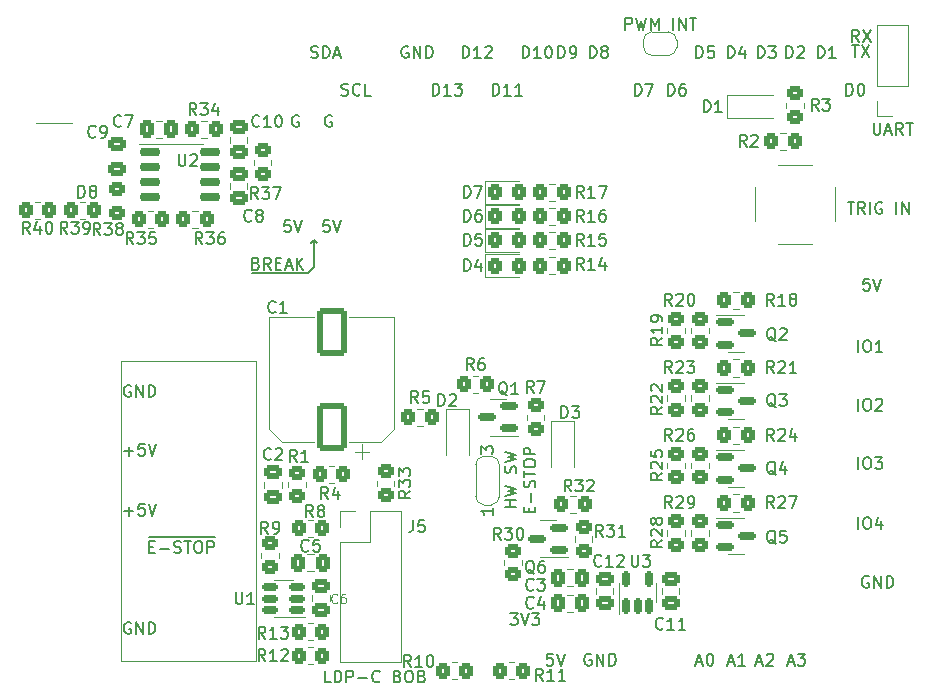
<source format=gto>
G04 #@! TF.GenerationSoftware,KiCad,Pcbnew,6.0.10-86aedd382b~118~ubuntu22.04.1*
G04 #@! TF.CreationDate,2023-01-24T12:47:22+01:00*
G04 #@! TF.ProjectId,shield,73686965-6c64-42e6-9b69-6361645f7063,rev?*
G04 #@! TF.SameCoordinates,Original*
G04 #@! TF.FileFunction,Legend,Top*
G04 #@! TF.FilePolarity,Positive*
%FSLAX46Y46*%
G04 Gerber Fmt 4.6, Leading zero omitted, Abs format (unit mm)*
G04 Created by KiCad (PCBNEW 6.0.10-86aedd382b~118~ubuntu22.04.1) date 2023-01-24 12:47:22*
%MOMM*%
%LPD*%
G01*
G04 APERTURE LIST*
G04 Aperture macros list*
%AMRoundRect*
0 Rectangle with rounded corners*
0 $1 Rounding radius*
0 $2 $3 $4 $5 $6 $7 $8 $9 X,Y pos of 4 corners*
0 Add a 4 corners polygon primitive as box body*
4,1,4,$2,$3,$4,$5,$6,$7,$8,$9,$2,$3,0*
0 Add four circle primitives for the rounded corners*
1,1,$1+$1,$2,$3*
1,1,$1+$1,$4,$5*
1,1,$1+$1,$6,$7*
1,1,$1+$1,$8,$9*
0 Add four rect primitives between the rounded corners*
20,1,$1+$1,$2,$3,$4,$5,0*
20,1,$1+$1,$4,$5,$6,$7,0*
20,1,$1+$1,$6,$7,$8,$9,0*
20,1,$1+$1,$8,$9,$2,$3,0*%
%AMFreePoly0*
4,1,22,0.550000,-0.750000,0.000000,-0.750000,0.000000,-0.745033,-0.079941,-0.743568,-0.215256,-0.701293,-0.333266,-0.622738,-0.424486,-0.514219,-0.481581,-0.384460,-0.499164,-0.250000,-0.500000,-0.250000,-0.500000,0.250000,-0.499164,0.250000,-0.499963,0.256109,-0.478152,0.396186,-0.417904,0.524511,-0.324060,0.630769,-0.204165,0.706417,-0.067858,0.745374,0.000000,0.744959,0.000000,0.750000,
0.550000,0.750000,0.550000,-0.750000,0.550000,-0.750000,$1*%
%AMFreePoly1*
4,1,20,0.000000,0.744959,0.073905,0.744508,0.209726,0.703889,0.328688,0.626782,0.421226,0.519385,0.479903,0.390333,0.500000,0.250000,0.500000,-0.250000,0.499851,-0.262216,0.476331,-0.402017,0.414519,-0.529596,0.319384,-0.634700,0.198574,-0.708877,0.061801,-0.746166,0.000000,-0.745033,0.000000,-0.750000,-0.550000,-0.750000,-0.550000,0.750000,0.000000,0.750000,0.000000,0.744959,
0.000000,0.744959,$1*%
%AMFreePoly2*
4,1,22,0.500000,-0.750000,0.000000,-0.750000,0.000000,-0.745033,-0.079941,-0.743568,-0.215256,-0.701293,-0.333266,-0.622738,-0.424486,-0.514219,-0.481581,-0.384460,-0.499164,-0.250000,-0.500000,-0.250000,-0.500000,0.250000,-0.499164,0.250000,-0.499963,0.256109,-0.478152,0.396186,-0.417904,0.524511,-0.324060,0.630769,-0.204165,0.706417,-0.067858,0.745374,0.000000,0.744959,0.000000,0.750000,
0.500000,0.750000,0.500000,-0.750000,0.500000,-0.750000,$1*%
%AMFreePoly3*
4,1,20,0.000000,0.744959,0.073905,0.744508,0.209726,0.703889,0.328688,0.626782,0.421226,0.519385,0.479903,0.390333,0.500000,0.250000,0.500000,-0.250000,0.499851,-0.262216,0.476331,-0.402017,0.414519,-0.529596,0.319384,-0.634700,0.198574,-0.708877,0.061801,-0.746166,0.000000,-0.745033,0.000000,-0.750000,-0.500000,-0.750000,-0.500000,0.750000,0.000000,0.750000,0.000000,0.744959,
0.000000,0.744959,$1*%
G04 Aperture macros list end*
%ADD10C,0.150000*%
%ADD11C,0.100000*%
%ADD12C,0.120000*%
%ADD13C,0.600000*%
%ADD14RoundRect,0.250000X-0.475000X0.337500X-0.475000X-0.337500X0.475000X-0.337500X0.475000X0.337500X0*%
%ADD15RoundRect,0.250000X0.350000X0.450000X-0.350000X0.450000X-0.350000X-0.450000X0.350000X-0.450000X0*%
%ADD16RoundRect,0.250000X-0.350000X-0.450000X0.350000X-0.450000X0.350000X0.450000X-0.350000X0.450000X0*%
%ADD17RoundRect,0.250000X-0.325000X-0.450000X0.325000X-0.450000X0.325000X0.450000X-0.325000X0.450000X0*%
%ADD18R,1.200000X0.900000*%
%ADD19RoundRect,0.250000X0.475000X-0.337500X0.475000X0.337500X-0.475000X0.337500X-0.475000X-0.337500X0*%
%ADD20FreePoly0,90.000000*%
%ADD21R,1.500000X1.000000*%
%ADD22FreePoly1,90.000000*%
%ADD23RoundRect,0.250000X-0.450000X0.350000X-0.450000X-0.350000X0.450000X-0.350000X0.450000X0.350000X0*%
%ADD24C,2.050000*%
%ADD25C,2.250000*%
%ADD26R,1.700000X1.700000*%
%ADD27O,1.700000X1.700000*%
%ADD28R,1.800000X1.800000*%
%ADD29C,1.800000*%
%ADD30RoundRect,0.250000X0.450000X-0.350000X0.450000X0.350000X-0.450000X0.350000X-0.450000X-0.350000X0*%
%ADD31R,3.960000X1.980000*%
%ADD32O,3.960000X1.980000*%
%ADD33C,3.200000*%
%ADD34RoundRect,0.150000X-0.587500X-0.150000X0.587500X-0.150000X0.587500X0.150000X-0.587500X0.150000X0*%
%ADD35RoundRect,0.150000X0.587500X0.150000X-0.587500X0.150000X-0.587500X-0.150000X0.587500X-0.150000X0*%
%ADD36R,0.900000X1.200000*%
%ADD37RoundRect,0.150000X0.512500X0.150000X-0.512500X0.150000X-0.512500X-0.150000X0.512500X-0.150000X0*%
%ADD38RoundRect,0.250000X1.000000X-1.750000X1.000000X1.750000X-1.000000X1.750000X-1.000000X-1.750000X0*%
%ADD39FreePoly2,0.000000*%
%ADD40FreePoly3,0.000000*%
%ADD41C,1.700000*%
%ADD42RoundRect,0.250000X-0.337500X-0.475000X0.337500X-0.475000X0.337500X0.475000X-0.337500X0.475000X0*%
%ADD43RoundRect,0.150000X0.150000X-0.512500X0.150000X0.512500X-0.150000X0.512500X-0.150000X-0.512500X0*%
%ADD44RoundRect,0.250000X0.337500X0.475000X-0.337500X0.475000X-0.337500X-0.475000X0.337500X-0.475000X0*%
%ADD45R,3.000000X3.000000*%
%ADD46C,3.000000*%
%ADD47RoundRect,0.150000X-0.725000X-0.150000X0.725000X-0.150000X0.725000X0.150000X-0.725000X0.150000X0*%
%ADD48R,1.600000X1.600000*%
%ADD49O,1.600000X1.600000*%
G04 APERTURE END LIST*
D10*
X139446000Y-90170000D02*
X139700000Y-90424000D01*
X139446000Y-91440000D02*
X139446000Y-90170000D01*
X139446000Y-90170000D02*
X139192000Y-90424000D01*
X139446000Y-92456000D02*
X138938000Y-92964000D01*
X125476000Y-115316000D02*
X131064000Y-115316000D01*
X139446000Y-91440000D02*
X139446000Y-92456000D01*
X138938000Y-92964000D02*
X134239000Y-92964000D01*
X149534714Y-77922380D02*
X149534714Y-76922380D01*
X149772809Y-76922380D01*
X149915666Y-76970000D01*
X150010904Y-77065238D01*
X150058523Y-77160476D01*
X150106142Y-77350952D01*
X150106142Y-77493809D01*
X150058523Y-77684285D01*
X150010904Y-77779523D01*
X149915666Y-77874761D01*
X149772809Y-77922380D01*
X149534714Y-77922380D01*
X151058523Y-77922380D02*
X150487095Y-77922380D01*
X150772809Y-77922380D02*
X150772809Y-76922380D01*
X150677571Y-77065238D01*
X150582333Y-77160476D01*
X150487095Y-77208095D01*
X151391857Y-76922380D02*
X152010904Y-76922380D01*
X151677571Y-77303333D01*
X151820428Y-77303333D01*
X151915666Y-77350952D01*
X151963285Y-77398571D01*
X152010904Y-77493809D01*
X152010904Y-77731904D01*
X151963285Y-77827142D01*
X151915666Y-77874761D01*
X151820428Y-77922380D01*
X151534714Y-77922380D01*
X151439476Y-77874761D01*
X151391857Y-77827142D01*
X186499523Y-93432380D02*
X186023333Y-93432380D01*
X185975714Y-93908571D01*
X186023333Y-93860952D01*
X186118571Y-93813333D01*
X186356666Y-93813333D01*
X186451904Y-93860952D01*
X186499523Y-93908571D01*
X186547142Y-94003809D01*
X186547142Y-94241904D01*
X186499523Y-94337142D01*
X186451904Y-94384761D01*
X186356666Y-94432380D01*
X186118571Y-94432380D01*
X186023333Y-94384761D01*
X185975714Y-94337142D01*
X186832857Y-93432380D02*
X187166190Y-94432380D01*
X187499523Y-93432380D01*
X160170904Y-74747380D02*
X160170904Y-73747380D01*
X160409000Y-73747380D01*
X160551857Y-73795000D01*
X160647095Y-73890238D01*
X160694714Y-73985476D01*
X160742333Y-74175952D01*
X160742333Y-74318809D01*
X160694714Y-74509285D01*
X160647095Y-74604523D01*
X160551857Y-74699761D01*
X160409000Y-74747380D01*
X160170904Y-74747380D01*
X161218523Y-74747380D02*
X161409000Y-74747380D01*
X161504238Y-74699761D01*
X161551857Y-74652142D01*
X161647095Y-74509285D01*
X161694714Y-74318809D01*
X161694714Y-73937857D01*
X161647095Y-73842619D01*
X161599476Y-73795000D01*
X161504238Y-73747380D01*
X161313761Y-73747380D01*
X161218523Y-73795000D01*
X161170904Y-73842619D01*
X161123285Y-73937857D01*
X161123285Y-74175952D01*
X161170904Y-74271190D01*
X161218523Y-74318809D01*
X161313761Y-74366428D01*
X161504238Y-74366428D01*
X161599476Y-74318809D01*
X161647095Y-74271190D01*
X161694714Y-74175952D01*
X171854904Y-74747380D02*
X171854904Y-73747380D01*
X172093000Y-73747380D01*
X172235857Y-73795000D01*
X172331095Y-73890238D01*
X172378714Y-73985476D01*
X172426333Y-74175952D01*
X172426333Y-74318809D01*
X172378714Y-74509285D01*
X172331095Y-74604523D01*
X172235857Y-74699761D01*
X172093000Y-74747380D01*
X171854904Y-74747380D01*
X173331095Y-73747380D02*
X172854904Y-73747380D01*
X172807285Y-74223571D01*
X172854904Y-74175952D01*
X172950142Y-74128333D01*
X173188238Y-74128333D01*
X173283476Y-74175952D01*
X173331095Y-74223571D01*
X173378714Y-74318809D01*
X173378714Y-74556904D01*
X173331095Y-74652142D01*
X173283476Y-74699761D01*
X173188238Y-74747380D01*
X172950142Y-74747380D01*
X172854904Y-74699761D01*
X172807285Y-74652142D01*
X139247714Y-74699761D02*
X139390571Y-74747380D01*
X139628666Y-74747380D01*
X139723904Y-74699761D01*
X139771523Y-74652142D01*
X139819142Y-74556904D01*
X139819142Y-74461666D01*
X139771523Y-74366428D01*
X139723904Y-74318809D01*
X139628666Y-74271190D01*
X139438190Y-74223571D01*
X139342952Y-74175952D01*
X139295333Y-74128333D01*
X139247714Y-74033095D01*
X139247714Y-73937857D01*
X139295333Y-73842619D01*
X139342952Y-73795000D01*
X139438190Y-73747380D01*
X139676285Y-73747380D01*
X139819142Y-73795000D01*
X140247714Y-74747380D02*
X140247714Y-73747380D01*
X140485809Y-73747380D01*
X140628666Y-73795000D01*
X140723904Y-73890238D01*
X140771523Y-73985476D01*
X140819142Y-74175952D01*
X140819142Y-74318809D01*
X140771523Y-74509285D01*
X140723904Y-74604523D01*
X140628666Y-74699761D01*
X140485809Y-74747380D01*
X140247714Y-74747380D01*
X141200095Y-74461666D02*
X141676285Y-74461666D01*
X141104857Y-74747380D02*
X141438190Y-73747380D01*
X141771523Y-74747380D01*
X154614714Y-77922380D02*
X154614714Y-76922380D01*
X154852809Y-76922380D01*
X154995666Y-76970000D01*
X155090904Y-77065238D01*
X155138523Y-77160476D01*
X155186142Y-77350952D01*
X155186142Y-77493809D01*
X155138523Y-77684285D01*
X155090904Y-77779523D01*
X154995666Y-77874761D01*
X154852809Y-77922380D01*
X154614714Y-77922380D01*
X156138523Y-77922380D02*
X155567095Y-77922380D01*
X155852809Y-77922380D02*
X155852809Y-76922380D01*
X155757571Y-77065238D01*
X155662333Y-77160476D01*
X155567095Y-77208095D01*
X157090904Y-77922380D02*
X156519476Y-77922380D01*
X156805190Y-77922380D02*
X156805190Y-76922380D01*
X156709952Y-77065238D01*
X156614714Y-77160476D01*
X156519476Y-77208095D01*
X140779523Y-88479380D02*
X140303333Y-88479380D01*
X140255714Y-88955571D01*
X140303333Y-88907952D01*
X140398571Y-88860333D01*
X140636666Y-88860333D01*
X140731904Y-88907952D01*
X140779523Y-88955571D01*
X140827142Y-89050809D01*
X140827142Y-89288904D01*
X140779523Y-89384142D01*
X140731904Y-89431761D01*
X140636666Y-89479380D01*
X140398571Y-89479380D01*
X140303333Y-89431761D01*
X140255714Y-89384142D01*
X141112857Y-88479380D02*
X141446190Y-89479380D01*
X141779523Y-88479380D01*
X174545714Y-125896666D02*
X175021904Y-125896666D01*
X174450476Y-126182380D02*
X174783809Y-125182380D01*
X175117142Y-126182380D01*
X175974285Y-126182380D02*
X175402857Y-126182380D01*
X175688571Y-126182380D02*
X175688571Y-125182380D01*
X175593333Y-125325238D01*
X175498095Y-125420476D01*
X175402857Y-125468095D01*
X162837904Y-74747380D02*
X162837904Y-73747380D01*
X163076000Y-73747380D01*
X163218857Y-73795000D01*
X163314095Y-73890238D01*
X163361714Y-73985476D01*
X163409333Y-74175952D01*
X163409333Y-74318809D01*
X163361714Y-74509285D01*
X163314095Y-74604523D01*
X163218857Y-74699761D01*
X163076000Y-74747380D01*
X162837904Y-74747380D01*
X163980761Y-74175952D02*
X163885523Y-74128333D01*
X163837904Y-74080714D01*
X163790285Y-73985476D01*
X163790285Y-73937857D01*
X163837904Y-73842619D01*
X163885523Y-73795000D01*
X163980761Y-73747380D01*
X164171238Y-73747380D01*
X164266476Y-73795000D01*
X164314095Y-73842619D01*
X164361714Y-73937857D01*
X164361714Y-73985476D01*
X164314095Y-74080714D01*
X164266476Y-74128333D01*
X164171238Y-74175952D01*
X163980761Y-74175952D01*
X163885523Y-74223571D01*
X163837904Y-74271190D01*
X163790285Y-74366428D01*
X163790285Y-74556904D01*
X163837904Y-74652142D01*
X163885523Y-74699761D01*
X163980761Y-74747380D01*
X164171238Y-74747380D01*
X164266476Y-74699761D01*
X164314095Y-74652142D01*
X164361714Y-74556904D01*
X164361714Y-74366428D01*
X164314095Y-74271190D01*
X164266476Y-74223571D01*
X164171238Y-74175952D01*
X182141904Y-74747380D02*
X182141904Y-73747380D01*
X182380000Y-73747380D01*
X182522857Y-73795000D01*
X182618095Y-73890238D01*
X182665714Y-73985476D01*
X182713333Y-74175952D01*
X182713333Y-74318809D01*
X182665714Y-74509285D01*
X182618095Y-74604523D01*
X182522857Y-74699761D01*
X182380000Y-74747380D01*
X182141904Y-74747380D01*
X183665714Y-74747380D02*
X183094285Y-74747380D01*
X183380000Y-74747380D02*
X183380000Y-73747380D01*
X183284761Y-73890238D01*
X183189523Y-73985476D01*
X183094285Y-74033095D01*
X184658333Y-86955380D02*
X185229761Y-86955380D01*
X184944047Y-87955380D02*
X184944047Y-86955380D01*
X186134523Y-87955380D02*
X185801190Y-87479190D01*
X185563095Y-87955380D02*
X185563095Y-86955380D01*
X185944047Y-86955380D01*
X186039285Y-87003000D01*
X186086904Y-87050619D01*
X186134523Y-87145857D01*
X186134523Y-87288714D01*
X186086904Y-87383952D01*
X186039285Y-87431571D01*
X185944047Y-87479190D01*
X185563095Y-87479190D01*
X186563095Y-87955380D02*
X186563095Y-86955380D01*
X187563095Y-87003000D02*
X187467857Y-86955380D01*
X187325000Y-86955380D01*
X187182142Y-87003000D01*
X187086904Y-87098238D01*
X187039285Y-87193476D01*
X186991666Y-87383952D01*
X186991666Y-87526809D01*
X187039285Y-87717285D01*
X187086904Y-87812523D01*
X187182142Y-87907761D01*
X187325000Y-87955380D01*
X187420238Y-87955380D01*
X187563095Y-87907761D01*
X187610714Y-87860142D01*
X187610714Y-87526809D01*
X187420238Y-87526809D01*
X188801190Y-87955380D02*
X188801190Y-86955380D01*
X189277380Y-87955380D02*
X189277380Y-86955380D01*
X189848809Y-87955380D01*
X189848809Y-86955380D01*
X162941095Y-125230000D02*
X162845857Y-125182380D01*
X162703000Y-125182380D01*
X162560142Y-125230000D01*
X162464904Y-125325238D01*
X162417285Y-125420476D01*
X162369666Y-125610952D01*
X162369666Y-125753809D01*
X162417285Y-125944285D01*
X162464904Y-126039523D01*
X162560142Y-126134761D01*
X162703000Y-126182380D01*
X162798238Y-126182380D01*
X162941095Y-126134761D01*
X162988714Y-126087142D01*
X162988714Y-125753809D01*
X162798238Y-125753809D01*
X163417285Y-126182380D02*
X163417285Y-125182380D01*
X163988714Y-126182380D01*
X163988714Y-125182380D01*
X164464904Y-126182380D02*
X164464904Y-125182380D01*
X164703000Y-125182380D01*
X164845857Y-125230000D01*
X164941095Y-125325238D01*
X164988714Y-125420476D01*
X165036333Y-125610952D01*
X165036333Y-125753809D01*
X164988714Y-125944285D01*
X164941095Y-126039523D01*
X164845857Y-126134761D01*
X164703000Y-126182380D01*
X164464904Y-126182380D01*
X174521904Y-74747380D02*
X174521904Y-73747380D01*
X174760000Y-73747380D01*
X174902857Y-73795000D01*
X174998095Y-73890238D01*
X175045714Y-73985476D01*
X175093333Y-74175952D01*
X175093333Y-74318809D01*
X175045714Y-74509285D01*
X174998095Y-74604523D01*
X174902857Y-74699761D01*
X174760000Y-74747380D01*
X174521904Y-74747380D01*
X175950476Y-74080714D02*
X175950476Y-74747380D01*
X175712380Y-73699761D02*
X175474285Y-74414047D01*
X176093333Y-74414047D01*
X165854428Y-72334380D02*
X165854428Y-71334380D01*
X166235380Y-71334380D01*
X166330619Y-71382000D01*
X166378238Y-71429619D01*
X166425857Y-71524857D01*
X166425857Y-71667714D01*
X166378238Y-71762952D01*
X166330619Y-71810571D01*
X166235380Y-71858190D01*
X165854428Y-71858190D01*
X166759190Y-71334380D02*
X166997285Y-72334380D01*
X167187761Y-71620095D01*
X167378238Y-72334380D01*
X167616333Y-71334380D01*
X167997285Y-72334380D02*
X167997285Y-71334380D01*
X168330619Y-72048666D01*
X168663952Y-71334380D01*
X168663952Y-72334380D01*
X169902047Y-72334380D02*
X169902047Y-71334380D01*
X170378238Y-72334380D02*
X170378238Y-71334380D01*
X170949666Y-72334380D01*
X170949666Y-71334380D01*
X171283000Y-71334380D02*
X171854428Y-71334380D01*
X171568714Y-72334380D02*
X171568714Y-71334380D01*
X123428285Y-113101428D02*
X124190190Y-113101428D01*
X123809238Y-113482380D02*
X123809238Y-112720476D01*
X125142571Y-112482380D02*
X124666380Y-112482380D01*
X124618761Y-112958571D01*
X124666380Y-112910952D01*
X124761619Y-112863333D01*
X124999714Y-112863333D01*
X125094952Y-112910952D01*
X125142571Y-112958571D01*
X125190190Y-113053809D01*
X125190190Y-113291904D01*
X125142571Y-113387142D01*
X125094952Y-113434761D01*
X124999714Y-113482380D01*
X124761619Y-113482380D01*
X124666380Y-113434761D01*
X124618761Y-113387142D01*
X125475904Y-112482380D02*
X125809238Y-113482380D01*
X126142571Y-112482380D01*
X184554904Y-77922380D02*
X184554904Y-76922380D01*
X184793000Y-76922380D01*
X184935857Y-76970000D01*
X185031095Y-77065238D01*
X185078714Y-77160476D01*
X185126333Y-77350952D01*
X185126333Y-77493809D01*
X185078714Y-77684285D01*
X185031095Y-77779523D01*
X184935857Y-77874761D01*
X184793000Y-77922380D01*
X184554904Y-77922380D01*
X185745380Y-76922380D02*
X185840619Y-76922380D01*
X185935857Y-76970000D01*
X185983476Y-77017619D01*
X186031095Y-77112857D01*
X186078714Y-77303333D01*
X186078714Y-77541428D01*
X186031095Y-77731904D01*
X185983476Y-77827142D01*
X185935857Y-77874761D01*
X185840619Y-77922380D01*
X185745380Y-77922380D01*
X185650142Y-77874761D01*
X185602523Y-77827142D01*
X185554904Y-77731904D01*
X185507285Y-77541428D01*
X185507285Y-77303333D01*
X185554904Y-77112857D01*
X185602523Y-77017619D01*
X185650142Y-76970000D01*
X185745380Y-76922380D01*
X140899986Y-127614394D02*
X140423795Y-127614394D01*
X140423795Y-126614394D01*
X141233319Y-127614394D02*
X141233319Y-126614394D01*
X141471414Y-126614394D01*
X141614272Y-126662014D01*
X141709510Y-126757252D01*
X141757129Y-126852490D01*
X141804748Y-127042966D01*
X141804748Y-127185823D01*
X141757129Y-127376299D01*
X141709510Y-127471537D01*
X141614272Y-127566775D01*
X141471414Y-127614394D01*
X141233319Y-127614394D01*
X142233319Y-127614394D02*
X142233319Y-126614394D01*
X142614272Y-126614394D01*
X142709510Y-126662014D01*
X142757129Y-126709633D01*
X142804748Y-126804871D01*
X142804748Y-126947728D01*
X142757129Y-127042966D01*
X142709510Y-127090585D01*
X142614272Y-127138204D01*
X142233319Y-127138204D01*
X143233319Y-127233442D02*
X143995224Y-127233442D01*
X145042843Y-127519156D02*
X144995224Y-127566775D01*
X144852367Y-127614394D01*
X144757129Y-127614394D01*
X144614272Y-127566775D01*
X144519033Y-127471537D01*
X144471414Y-127376299D01*
X144423795Y-127185823D01*
X144423795Y-127042966D01*
X144471414Y-126852490D01*
X144519033Y-126757252D01*
X144614272Y-126662014D01*
X144757129Y-126614394D01*
X144852367Y-126614394D01*
X144995224Y-126662014D01*
X145042843Y-126709633D01*
X146566652Y-127090585D02*
X146709510Y-127138204D01*
X146757129Y-127185823D01*
X146804748Y-127281061D01*
X146804748Y-127423918D01*
X146757129Y-127519156D01*
X146709510Y-127566775D01*
X146614272Y-127614394D01*
X146233319Y-127614394D01*
X146233319Y-126614394D01*
X146566652Y-126614394D01*
X146661891Y-126662014D01*
X146709510Y-126709633D01*
X146757129Y-126804871D01*
X146757129Y-126900109D01*
X146709510Y-126995347D01*
X146661891Y-127042966D01*
X146566652Y-127090585D01*
X146233319Y-127090585D01*
X147423795Y-126614394D02*
X147614272Y-126614394D01*
X147709510Y-126662014D01*
X147804748Y-126757252D01*
X147852367Y-126947728D01*
X147852367Y-127281061D01*
X147804748Y-127471537D01*
X147709510Y-127566775D01*
X147614272Y-127614394D01*
X147423795Y-127614394D01*
X147328557Y-127566775D01*
X147233319Y-127471537D01*
X147185700Y-127281061D01*
X147185700Y-126947728D01*
X147233319Y-126757252D01*
X147328557Y-126662014D01*
X147423795Y-126614394D01*
X148614272Y-127090585D02*
X148757129Y-127138204D01*
X148804748Y-127185823D01*
X148852367Y-127281061D01*
X148852367Y-127423918D01*
X148804748Y-127519156D01*
X148757129Y-127566775D01*
X148661891Y-127614394D01*
X148280938Y-127614394D01*
X148280938Y-126614394D01*
X148614272Y-126614394D01*
X148709510Y-126662014D01*
X148757129Y-126709633D01*
X148804748Y-126804871D01*
X148804748Y-126900109D01*
X148757129Y-126995347D01*
X148709510Y-127042966D01*
X148614272Y-127090585D01*
X148280938Y-127090585D01*
X185563000Y-104592380D02*
X185563000Y-103592380D01*
X186229666Y-103592380D02*
X186420142Y-103592380D01*
X186515380Y-103640000D01*
X186610619Y-103735238D01*
X186658238Y-103925714D01*
X186658238Y-104259047D01*
X186610619Y-104449523D01*
X186515380Y-104544761D01*
X186420142Y-104592380D01*
X186229666Y-104592380D01*
X186134428Y-104544761D01*
X186039190Y-104449523D01*
X185991571Y-104259047D01*
X185991571Y-103925714D01*
X186039190Y-103735238D01*
X186134428Y-103640000D01*
X186229666Y-103592380D01*
X187039190Y-103687619D02*
X187086809Y-103640000D01*
X187182047Y-103592380D01*
X187420142Y-103592380D01*
X187515380Y-103640000D01*
X187563000Y-103687619D01*
X187610619Y-103782857D01*
X187610619Y-103878095D01*
X187563000Y-104020952D01*
X186991571Y-104592380D01*
X187610619Y-104592380D01*
X123952095Y-122563000D02*
X123856857Y-122515380D01*
X123714000Y-122515380D01*
X123571142Y-122563000D01*
X123475904Y-122658238D01*
X123428285Y-122753476D01*
X123380666Y-122943952D01*
X123380666Y-123086809D01*
X123428285Y-123277285D01*
X123475904Y-123372523D01*
X123571142Y-123467761D01*
X123714000Y-123515380D01*
X123809238Y-123515380D01*
X123952095Y-123467761D01*
X123999714Y-123420142D01*
X123999714Y-123086809D01*
X123809238Y-123086809D01*
X124428285Y-123515380D02*
X124428285Y-122515380D01*
X124999714Y-123515380D01*
X124999714Y-122515380D01*
X125475904Y-123515380D02*
X125475904Y-122515380D01*
X125714000Y-122515380D01*
X125856857Y-122563000D01*
X125952095Y-122658238D01*
X125999714Y-122753476D01*
X126047333Y-122943952D01*
X126047333Y-123086809D01*
X125999714Y-123277285D01*
X125952095Y-123372523D01*
X125856857Y-123467761D01*
X125714000Y-123515380D01*
X125475904Y-123515380D01*
X138183904Y-79637000D02*
X138088666Y-79589380D01*
X137945809Y-79589380D01*
X137802952Y-79637000D01*
X137707714Y-79732238D01*
X137660095Y-79827476D01*
X137612476Y-80017952D01*
X137612476Y-80160809D01*
X137660095Y-80351285D01*
X137707714Y-80446523D01*
X137802952Y-80541761D01*
X137945809Y-80589380D01*
X138041047Y-80589380D01*
X138183904Y-80541761D01*
X138231523Y-80494142D01*
X138231523Y-80160809D01*
X138041047Y-80160809D01*
X159702523Y-125182380D02*
X159226333Y-125182380D01*
X159178714Y-125658571D01*
X159226333Y-125610952D01*
X159321571Y-125563333D01*
X159559666Y-125563333D01*
X159654904Y-125610952D01*
X159702523Y-125658571D01*
X159750142Y-125753809D01*
X159750142Y-125991904D01*
X159702523Y-126087142D01*
X159654904Y-126134761D01*
X159559666Y-126182380D01*
X159321571Y-126182380D01*
X159226333Y-126134761D01*
X159178714Y-126087142D01*
X160035857Y-125182380D02*
X160369190Y-126182380D01*
X160702523Y-125182380D01*
X185563000Y-99639380D02*
X185563000Y-98639380D01*
X186229666Y-98639380D02*
X186420142Y-98639380D01*
X186515380Y-98687000D01*
X186610619Y-98782238D01*
X186658238Y-98972714D01*
X186658238Y-99306047D01*
X186610619Y-99496523D01*
X186515380Y-99591761D01*
X186420142Y-99639380D01*
X186229666Y-99639380D01*
X186134428Y-99591761D01*
X186039190Y-99496523D01*
X185991571Y-99306047D01*
X185991571Y-98972714D01*
X186039190Y-98782238D01*
X186134428Y-98687000D01*
X186229666Y-98639380D01*
X187610619Y-99639380D02*
X187039190Y-99639380D01*
X187324904Y-99639380D02*
X187324904Y-98639380D01*
X187229666Y-98782238D01*
X187134428Y-98877476D01*
X187039190Y-98925095D01*
X186438271Y-118635857D02*
X186343033Y-118588237D01*
X186200176Y-118588237D01*
X186057318Y-118635857D01*
X185962080Y-118731095D01*
X185914461Y-118826333D01*
X185866842Y-119016809D01*
X185866842Y-119159666D01*
X185914461Y-119350142D01*
X185962080Y-119445380D01*
X186057318Y-119540618D01*
X186200176Y-119588237D01*
X186295414Y-119588237D01*
X186438271Y-119540618D01*
X186485890Y-119492999D01*
X186485890Y-119159666D01*
X186295414Y-119159666D01*
X186914461Y-119588237D02*
X186914461Y-118588237D01*
X187485890Y-119588237D01*
X187485890Y-118588237D01*
X187962080Y-119588237D02*
X187962080Y-118588237D01*
X188200176Y-118588237D01*
X188343033Y-118635857D01*
X188438271Y-118731095D01*
X188485890Y-118826333D01*
X188533509Y-119016809D01*
X188533509Y-119159666D01*
X188485890Y-119350142D01*
X188438271Y-119445380D01*
X188343033Y-119540618D01*
X188200176Y-119588237D01*
X187962080Y-119588237D01*
X179625714Y-125896666D02*
X180101904Y-125896666D01*
X179530476Y-126182380D02*
X179863809Y-125182380D01*
X180197142Y-126182380D01*
X180435238Y-125182380D02*
X181054285Y-125182380D01*
X180720952Y-125563333D01*
X180863809Y-125563333D01*
X180959047Y-125610952D01*
X181006666Y-125658571D01*
X181054285Y-125753809D01*
X181054285Y-125991904D01*
X181006666Y-126087142D01*
X180959047Y-126134761D01*
X180863809Y-126182380D01*
X180578095Y-126182380D01*
X180482857Y-126134761D01*
X180435238Y-126087142D01*
X185563000Y-114625380D02*
X185563000Y-113625380D01*
X186229666Y-113625380D02*
X186420142Y-113625380D01*
X186515380Y-113673000D01*
X186610619Y-113768238D01*
X186658238Y-113958714D01*
X186658238Y-114292047D01*
X186610619Y-114482523D01*
X186515380Y-114577761D01*
X186420142Y-114625380D01*
X186229666Y-114625380D01*
X186134428Y-114577761D01*
X186039190Y-114482523D01*
X185991571Y-114292047D01*
X185991571Y-113958714D01*
X186039190Y-113768238D01*
X186134428Y-113673000D01*
X186229666Y-113625380D01*
X187515380Y-113958714D02*
X187515380Y-114625380D01*
X187277285Y-113577761D02*
X187039190Y-114292047D01*
X187658238Y-114292047D01*
X157154714Y-74747380D02*
X157154714Y-73747380D01*
X157392809Y-73747380D01*
X157535666Y-73795000D01*
X157630904Y-73890238D01*
X157678523Y-73985476D01*
X157726142Y-74175952D01*
X157726142Y-74318809D01*
X157678523Y-74509285D01*
X157630904Y-74604523D01*
X157535666Y-74699761D01*
X157392809Y-74747380D01*
X157154714Y-74747380D01*
X158678523Y-74747380D02*
X158107095Y-74747380D01*
X158392809Y-74747380D02*
X158392809Y-73747380D01*
X158297571Y-73890238D01*
X158202333Y-73985476D01*
X158107095Y-74033095D01*
X159297571Y-73747380D02*
X159392809Y-73747380D01*
X159488047Y-73795000D01*
X159535666Y-73842619D01*
X159583285Y-73937857D01*
X159630904Y-74128333D01*
X159630904Y-74366428D01*
X159583285Y-74556904D01*
X159535666Y-74652142D01*
X159488047Y-74699761D01*
X159392809Y-74747380D01*
X159297571Y-74747380D01*
X159202333Y-74699761D01*
X159154714Y-74652142D01*
X159107095Y-74556904D01*
X159059476Y-74366428D01*
X159059476Y-74128333D01*
X159107095Y-73937857D01*
X159154714Y-73842619D01*
X159202333Y-73795000D01*
X159297571Y-73747380D01*
X171878714Y-125896666D02*
X172354904Y-125896666D01*
X171783476Y-126182380D02*
X172116809Y-125182380D01*
X172450142Y-126182380D01*
X172973952Y-125182380D02*
X173069190Y-125182380D01*
X173164428Y-125230000D01*
X173212047Y-125277619D01*
X173259666Y-125372857D01*
X173307285Y-125563333D01*
X173307285Y-125801428D01*
X173259666Y-125991904D01*
X173212047Y-126087142D01*
X173164428Y-126134761D01*
X173069190Y-126182380D01*
X172973952Y-126182380D01*
X172878714Y-126134761D01*
X172831095Y-126087142D01*
X172783476Y-125991904D01*
X172735857Y-125801428D01*
X172735857Y-125563333D01*
X172783476Y-125372857D01*
X172831095Y-125277619D01*
X172878714Y-125230000D01*
X172973952Y-125182380D01*
X134588476Y-92130571D02*
X134731333Y-92178190D01*
X134778952Y-92225809D01*
X134826571Y-92321047D01*
X134826571Y-92463904D01*
X134778952Y-92559142D01*
X134731333Y-92606761D01*
X134636095Y-92654380D01*
X134255142Y-92654380D01*
X134255142Y-91654380D01*
X134588476Y-91654380D01*
X134683714Y-91702000D01*
X134731333Y-91749619D01*
X134778952Y-91844857D01*
X134778952Y-91940095D01*
X134731333Y-92035333D01*
X134683714Y-92082952D01*
X134588476Y-92130571D01*
X134255142Y-92130571D01*
X135826571Y-92654380D02*
X135493238Y-92178190D01*
X135255142Y-92654380D02*
X135255142Y-91654380D01*
X135636095Y-91654380D01*
X135731333Y-91702000D01*
X135778952Y-91749619D01*
X135826571Y-91844857D01*
X135826571Y-91987714D01*
X135778952Y-92082952D01*
X135731333Y-92130571D01*
X135636095Y-92178190D01*
X135255142Y-92178190D01*
X136255142Y-92130571D02*
X136588476Y-92130571D01*
X136731333Y-92654380D02*
X136255142Y-92654380D01*
X136255142Y-91654380D01*
X136731333Y-91654380D01*
X137112285Y-92368666D02*
X137588476Y-92368666D01*
X137017047Y-92654380D02*
X137350380Y-91654380D01*
X137683714Y-92654380D01*
X138017047Y-92654380D02*
X138017047Y-91654380D01*
X138588476Y-92654380D02*
X138159904Y-92082952D01*
X138588476Y-91654380D02*
X138017047Y-92225809D01*
X141811523Y-77874761D02*
X141954380Y-77922380D01*
X142192476Y-77922380D01*
X142287714Y-77874761D01*
X142335333Y-77827142D01*
X142382952Y-77731904D01*
X142382952Y-77636666D01*
X142335333Y-77541428D01*
X142287714Y-77493809D01*
X142192476Y-77446190D01*
X142002000Y-77398571D01*
X141906761Y-77350952D01*
X141859142Y-77303333D01*
X141811523Y-77208095D01*
X141811523Y-77112857D01*
X141859142Y-77017619D01*
X141906761Y-76970000D01*
X142002000Y-76922380D01*
X142240095Y-76922380D01*
X142382952Y-76970000D01*
X143382952Y-77827142D02*
X143335333Y-77874761D01*
X143192476Y-77922380D01*
X143097238Y-77922380D01*
X142954380Y-77874761D01*
X142859142Y-77779523D01*
X142811523Y-77684285D01*
X142763904Y-77493809D01*
X142763904Y-77350952D01*
X142811523Y-77160476D01*
X142859142Y-77065238D01*
X142954380Y-76970000D01*
X143097238Y-76922380D01*
X143192476Y-76922380D01*
X143335333Y-76970000D01*
X143382952Y-77017619D01*
X144287714Y-77922380D02*
X143811523Y-77922380D01*
X143811523Y-76922380D01*
X140977904Y-79637000D02*
X140882666Y-79589380D01*
X140739809Y-79589380D01*
X140596952Y-79637000D01*
X140501714Y-79732238D01*
X140454095Y-79827476D01*
X140406476Y-80017952D01*
X140406476Y-80160809D01*
X140454095Y-80351285D01*
X140501714Y-80446523D01*
X140596952Y-80541761D01*
X140739809Y-80589380D01*
X140835047Y-80589380D01*
X140977904Y-80541761D01*
X141025523Y-80494142D01*
X141025523Y-80160809D01*
X140835047Y-80160809D01*
X185039095Y-73620380D02*
X185610523Y-73620380D01*
X185324809Y-74620380D02*
X185324809Y-73620380D01*
X185848619Y-73620380D02*
X186515285Y-74620380D01*
X186515285Y-73620380D02*
X185848619Y-74620380D01*
X169441904Y-77922380D02*
X169441904Y-76922380D01*
X169680000Y-76922380D01*
X169822857Y-76970000D01*
X169918095Y-77065238D01*
X169965714Y-77160476D01*
X170013333Y-77350952D01*
X170013333Y-77493809D01*
X169965714Y-77684285D01*
X169918095Y-77779523D01*
X169822857Y-77874761D01*
X169680000Y-77922380D01*
X169441904Y-77922380D01*
X170870476Y-76922380D02*
X170680000Y-76922380D01*
X170584761Y-76970000D01*
X170537142Y-77017619D01*
X170441904Y-77160476D01*
X170394285Y-77350952D01*
X170394285Y-77731904D01*
X170441904Y-77827142D01*
X170489523Y-77874761D01*
X170584761Y-77922380D01*
X170775238Y-77922380D01*
X170870476Y-77874761D01*
X170918095Y-77827142D01*
X170965714Y-77731904D01*
X170965714Y-77493809D01*
X170918095Y-77398571D01*
X170870476Y-77350952D01*
X170775238Y-77303333D01*
X170584761Y-77303333D01*
X170489523Y-77350952D01*
X170441904Y-77398571D01*
X170394285Y-77493809D01*
X186872761Y-80224380D02*
X186872761Y-81033904D01*
X186920380Y-81129142D01*
X186968000Y-81176761D01*
X187063238Y-81224380D01*
X187253714Y-81224380D01*
X187348952Y-81176761D01*
X187396571Y-81129142D01*
X187444190Y-81033904D01*
X187444190Y-80224380D01*
X187872761Y-80938666D02*
X188348952Y-80938666D01*
X187777523Y-81224380D02*
X188110857Y-80224380D01*
X188444190Y-81224380D01*
X189348952Y-81224380D02*
X189015619Y-80748190D01*
X188777523Y-81224380D02*
X188777523Y-80224380D01*
X189158476Y-80224380D01*
X189253714Y-80272000D01*
X189301333Y-80319619D01*
X189348952Y-80414857D01*
X189348952Y-80557714D01*
X189301333Y-80652952D01*
X189253714Y-80700571D01*
X189158476Y-80748190D01*
X188777523Y-80748190D01*
X189634666Y-80224380D02*
X190206095Y-80224380D01*
X189920380Y-81224380D02*
X189920380Y-80224380D01*
X166647904Y-77922380D02*
X166647904Y-76922380D01*
X166886000Y-76922380D01*
X167028857Y-76970000D01*
X167124095Y-77065238D01*
X167171714Y-77160476D01*
X167219333Y-77350952D01*
X167219333Y-77493809D01*
X167171714Y-77684285D01*
X167124095Y-77779523D01*
X167028857Y-77874761D01*
X166886000Y-77922380D01*
X166647904Y-77922380D01*
X167552666Y-76922380D02*
X168219333Y-76922380D01*
X167790761Y-77922380D01*
X177061904Y-74747380D02*
X177061904Y-73747380D01*
X177300000Y-73747380D01*
X177442857Y-73795000D01*
X177538095Y-73890238D01*
X177585714Y-73985476D01*
X177633333Y-74175952D01*
X177633333Y-74318809D01*
X177585714Y-74509285D01*
X177538095Y-74604523D01*
X177442857Y-74699761D01*
X177300000Y-74747380D01*
X177061904Y-74747380D01*
X177966666Y-73747380D02*
X178585714Y-73747380D01*
X178252380Y-74128333D01*
X178395238Y-74128333D01*
X178490476Y-74175952D01*
X178538095Y-74223571D01*
X178585714Y-74318809D01*
X178585714Y-74556904D01*
X178538095Y-74652142D01*
X178490476Y-74699761D01*
X178395238Y-74747380D01*
X178109523Y-74747380D01*
X178014285Y-74699761D01*
X177966666Y-74652142D01*
X176958714Y-125896666D02*
X177434904Y-125896666D01*
X176863476Y-126182380D02*
X177196809Y-125182380D01*
X177530142Y-126182380D01*
X177815857Y-125277619D02*
X177863476Y-125230000D01*
X177958714Y-125182380D01*
X178196809Y-125182380D01*
X178292047Y-125230000D01*
X178339666Y-125277619D01*
X178387285Y-125372857D01*
X178387285Y-125468095D01*
X178339666Y-125610952D01*
X177768238Y-126182380D01*
X178387285Y-126182380D01*
X152074714Y-74747380D02*
X152074714Y-73747380D01*
X152312809Y-73747380D01*
X152455666Y-73795000D01*
X152550904Y-73890238D01*
X152598523Y-73985476D01*
X152646142Y-74175952D01*
X152646142Y-74318809D01*
X152598523Y-74509285D01*
X152550904Y-74604523D01*
X152455666Y-74699761D01*
X152312809Y-74747380D01*
X152074714Y-74747380D01*
X153598523Y-74747380D02*
X153027095Y-74747380D01*
X153312809Y-74747380D02*
X153312809Y-73747380D01*
X153217571Y-73890238D01*
X153122333Y-73985476D01*
X153027095Y-74033095D01*
X153979476Y-73842619D02*
X154027095Y-73795000D01*
X154122333Y-73747380D01*
X154360428Y-73747380D01*
X154455666Y-73795000D01*
X154503285Y-73842619D01*
X154550904Y-73937857D01*
X154550904Y-74033095D01*
X154503285Y-74175952D01*
X153931857Y-74747380D01*
X154550904Y-74747380D01*
X125555714Y-116133571D02*
X125889047Y-116133571D01*
X126031904Y-116657380D02*
X125555714Y-116657380D01*
X125555714Y-115657380D01*
X126031904Y-115657380D01*
X126460476Y-116276428D02*
X127222380Y-116276428D01*
X127650952Y-116609761D02*
X127793809Y-116657380D01*
X128031904Y-116657380D01*
X128127142Y-116609761D01*
X128174761Y-116562142D01*
X128222380Y-116466904D01*
X128222380Y-116371666D01*
X128174761Y-116276428D01*
X128127142Y-116228809D01*
X128031904Y-116181190D01*
X127841428Y-116133571D01*
X127746190Y-116085952D01*
X127698571Y-116038333D01*
X127650952Y-115943095D01*
X127650952Y-115847857D01*
X127698571Y-115752619D01*
X127746190Y-115705000D01*
X127841428Y-115657380D01*
X128079523Y-115657380D01*
X128222380Y-115705000D01*
X128508095Y-115657380D02*
X129079523Y-115657380D01*
X128793809Y-116657380D02*
X128793809Y-115657380D01*
X129603333Y-115657380D02*
X129793809Y-115657380D01*
X129889047Y-115705000D01*
X129984285Y-115800238D01*
X130031904Y-115990714D01*
X130031904Y-116324047D01*
X129984285Y-116514523D01*
X129889047Y-116609761D01*
X129793809Y-116657380D01*
X129603333Y-116657380D01*
X129508095Y-116609761D01*
X129412857Y-116514523D01*
X129365238Y-116324047D01*
X129365238Y-115990714D01*
X129412857Y-115800238D01*
X129508095Y-115705000D01*
X129603333Y-115657380D01*
X130460476Y-116657380D02*
X130460476Y-115657380D01*
X130841428Y-115657380D01*
X130936666Y-115705000D01*
X130984285Y-115752619D01*
X131031904Y-115847857D01*
X131031904Y-115990714D01*
X130984285Y-116085952D01*
X130936666Y-116133571D01*
X130841428Y-116181190D01*
X130460476Y-116181190D01*
X179474904Y-74747380D02*
X179474904Y-73747380D01*
X179713000Y-73747380D01*
X179855857Y-73795000D01*
X179951095Y-73890238D01*
X179998714Y-73985476D01*
X180046333Y-74175952D01*
X180046333Y-74318809D01*
X179998714Y-74509285D01*
X179951095Y-74604523D01*
X179855857Y-74699761D01*
X179713000Y-74747380D01*
X179474904Y-74747380D01*
X180427285Y-73842619D02*
X180474904Y-73795000D01*
X180570142Y-73747380D01*
X180808238Y-73747380D01*
X180903476Y-73795000D01*
X180951095Y-73842619D01*
X180998714Y-73937857D01*
X180998714Y-74033095D01*
X180951095Y-74175952D01*
X180379666Y-74747380D01*
X180998714Y-74747380D01*
X137477523Y-88479380D02*
X137001333Y-88479380D01*
X136953714Y-88955571D01*
X137001333Y-88907952D01*
X137096571Y-88860333D01*
X137334666Y-88860333D01*
X137429904Y-88907952D01*
X137477523Y-88955571D01*
X137525142Y-89050809D01*
X137525142Y-89288904D01*
X137477523Y-89384142D01*
X137429904Y-89431761D01*
X137334666Y-89479380D01*
X137096571Y-89479380D01*
X137001333Y-89431761D01*
X136953714Y-89384142D01*
X137810857Y-88479380D02*
X138144190Y-89479380D01*
X138477523Y-88479380D01*
X123428285Y-108021428D02*
X124190190Y-108021428D01*
X123809238Y-108402380D02*
X123809238Y-107640476D01*
X125142571Y-107402380D02*
X124666380Y-107402380D01*
X124618761Y-107878571D01*
X124666380Y-107830952D01*
X124761619Y-107783333D01*
X124999714Y-107783333D01*
X125094952Y-107830952D01*
X125142571Y-107878571D01*
X125190190Y-107973809D01*
X125190190Y-108211904D01*
X125142571Y-108307142D01*
X125094952Y-108354761D01*
X124999714Y-108402380D01*
X124761619Y-108402380D01*
X124666380Y-108354761D01*
X124618761Y-108307142D01*
X125475904Y-107402380D02*
X125809238Y-108402380D01*
X126142571Y-107402380D01*
X156619380Y-112775714D02*
X155619380Y-112775714D01*
X156095571Y-112775714D02*
X156095571Y-112204285D01*
X156619380Y-112204285D02*
X155619380Y-112204285D01*
X155619380Y-111823333D02*
X156619380Y-111585238D01*
X155905095Y-111394761D01*
X156619380Y-111204285D01*
X155619380Y-110966190D01*
X156571761Y-109870952D02*
X156619380Y-109728095D01*
X156619380Y-109490000D01*
X156571761Y-109394761D01*
X156524142Y-109347142D01*
X156428904Y-109299523D01*
X156333666Y-109299523D01*
X156238428Y-109347142D01*
X156190809Y-109394761D01*
X156143190Y-109490000D01*
X156095571Y-109680476D01*
X156047952Y-109775714D01*
X156000333Y-109823333D01*
X155905095Y-109870952D01*
X155809857Y-109870952D01*
X155714619Y-109823333D01*
X155667000Y-109775714D01*
X155619380Y-109680476D01*
X155619380Y-109442380D01*
X155667000Y-109299523D01*
X155619380Y-108966190D02*
X156619380Y-108728095D01*
X155905095Y-108537619D01*
X156619380Y-108347142D01*
X155619380Y-108109047D01*
X157705571Y-113204285D02*
X157705571Y-112870952D01*
X158229380Y-112728095D02*
X158229380Y-113204285D01*
X157229380Y-113204285D01*
X157229380Y-112728095D01*
X157848428Y-112299523D02*
X157848428Y-111537619D01*
X158181761Y-111109047D02*
X158229380Y-110966190D01*
X158229380Y-110728095D01*
X158181761Y-110632857D01*
X158134142Y-110585238D01*
X158038904Y-110537619D01*
X157943666Y-110537619D01*
X157848428Y-110585238D01*
X157800809Y-110632857D01*
X157753190Y-110728095D01*
X157705571Y-110918571D01*
X157657952Y-111013809D01*
X157610333Y-111061428D01*
X157515095Y-111109047D01*
X157419857Y-111109047D01*
X157324619Y-111061428D01*
X157277000Y-111013809D01*
X157229380Y-110918571D01*
X157229380Y-110680476D01*
X157277000Y-110537619D01*
X157229380Y-110251904D02*
X157229380Y-109680476D01*
X158229380Y-109966190D02*
X157229380Y-109966190D01*
X157229380Y-109156666D02*
X157229380Y-108966190D01*
X157277000Y-108870952D01*
X157372238Y-108775714D01*
X157562714Y-108728095D01*
X157896047Y-108728095D01*
X158086523Y-108775714D01*
X158181761Y-108870952D01*
X158229380Y-108966190D01*
X158229380Y-109156666D01*
X158181761Y-109251904D01*
X158086523Y-109347142D01*
X157896047Y-109394761D01*
X157562714Y-109394761D01*
X157372238Y-109347142D01*
X157277000Y-109251904D01*
X157229380Y-109156666D01*
X158229380Y-108299523D02*
X157229380Y-108299523D01*
X157229380Y-107918571D01*
X157277000Y-107823333D01*
X157324619Y-107775714D01*
X157419857Y-107728095D01*
X157562714Y-107728095D01*
X157657952Y-107775714D01*
X157705571Y-107823333D01*
X157753190Y-107918571D01*
X157753190Y-108299523D01*
X147447095Y-73795000D02*
X147351857Y-73747380D01*
X147209000Y-73747380D01*
X147066142Y-73795000D01*
X146970904Y-73890238D01*
X146923285Y-73985476D01*
X146875666Y-74175952D01*
X146875666Y-74318809D01*
X146923285Y-74509285D01*
X146970904Y-74604523D01*
X147066142Y-74699761D01*
X147209000Y-74747380D01*
X147304238Y-74747380D01*
X147447095Y-74699761D01*
X147494714Y-74652142D01*
X147494714Y-74318809D01*
X147304238Y-74318809D01*
X147923285Y-74747380D02*
X147923285Y-73747380D01*
X148494714Y-74747380D01*
X148494714Y-73747380D01*
X148970904Y-74747380D02*
X148970904Y-73747380D01*
X149209000Y-73747380D01*
X149351857Y-73795000D01*
X149447095Y-73890238D01*
X149494714Y-73985476D01*
X149542333Y-74175952D01*
X149542333Y-74318809D01*
X149494714Y-74509285D01*
X149447095Y-74604523D01*
X149351857Y-74699761D01*
X149209000Y-74747380D01*
X148970904Y-74747380D01*
X123952095Y-102497000D02*
X123856857Y-102449380D01*
X123714000Y-102449380D01*
X123571142Y-102497000D01*
X123475904Y-102592238D01*
X123428285Y-102687476D01*
X123380666Y-102877952D01*
X123380666Y-103020809D01*
X123428285Y-103211285D01*
X123475904Y-103306523D01*
X123571142Y-103401761D01*
X123714000Y-103449380D01*
X123809238Y-103449380D01*
X123952095Y-103401761D01*
X123999714Y-103354142D01*
X123999714Y-103020809D01*
X123809238Y-103020809D01*
X124428285Y-103449380D02*
X124428285Y-102449380D01*
X124999714Y-103449380D01*
X124999714Y-102449380D01*
X125475904Y-103449380D02*
X125475904Y-102449380D01*
X125714000Y-102449380D01*
X125856857Y-102497000D01*
X125952095Y-102592238D01*
X125999714Y-102687476D01*
X126047333Y-102877952D01*
X126047333Y-103020809D01*
X125999714Y-103211285D01*
X125952095Y-103306523D01*
X125856857Y-103401761D01*
X125714000Y-103449380D01*
X125475904Y-103449380D01*
X185634333Y-73350380D02*
X185301000Y-72874190D01*
X185062904Y-73350380D02*
X185062904Y-72350380D01*
X185443857Y-72350380D01*
X185539095Y-72398000D01*
X185586714Y-72445619D01*
X185634333Y-72540857D01*
X185634333Y-72683714D01*
X185586714Y-72778952D01*
X185539095Y-72826571D01*
X185443857Y-72874190D01*
X185062904Y-72874190D01*
X185967666Y-72350380D02*
X186634333Y-73350380D01*
X186634333Y-72350380D02*
X185967666Y-73350380D01*
X156114904Y-121753380D02*
X156733952Y-121753380D01*
X156400619Y-122134333D01*
X156543476Y-122134333D01*
X156638714Y-122181952D01*
X156686333Y-122229571D01*
X156733952Y-122324809D01*
X156733952Y-122562904D01*
X156686333Y-122658142D01*
X156638714Y-122705761D01*
X156543476Y-122753380D01*
X156257761Y-122753380D01*
X156162523Y-122705761D01*
X156114904Y-122658142D01*
X157019666Y-121753380D02*
X157353000Y-122753380D01*
X157686333Y-121753380D01*
X157924428Y-121753380D02*
X158543476Y-121753380D01*
X158210142Y-122134333D01*
X158353000Y-122134333D01*
X158448238Y-122181952D01*
X158495857Y-122229571D01*
X158543476Y-122324809D01*
X158543476Y-122562904D01*
X158495857Y-122658142D01*
X158448238Y-122705761D01*
X158353000Y-122753380D01*
X158067285Y-122753380D01*
X157972047Y-122705761D01*
X157924428Y-122658142D01*
X185563000Y-109545380D02*
X185563000Y-108545380D01*
X186229666Y-108545380D02*
X186420142Y-108545380D01*
X186515380Y-108593000D01*
X186610619Y-108688238D01*
X186658238Y-108878714D01*
X186658238Y-109212047D01*
X186610619Y-109402523D01*
X186515380Y-109497761D01*
X186420142Y-109545380D01*
X186229666Y-109545380D01*
X186134428Y-109497761D01*
X186039190Y-109402523D01*
X185991571Y-109212047D01*
X185991571Y-108878714D01*
X186039190Y-108688238D01*
X186134428Y-108593000D01*
X186229666Y-108545380D01*
X186991571Y-108545380D02*
X187610619Y-108545380D01*
X187277285Y-108926333D01*
X187420142Y-108926333D01*
X187515380Y-108973952D01*
X187563000Y-109021571D01*
X187610619Y-109116809D01*
X187610619Y-109354904D01*
X187563000Y-109450142D01*
X187515380Y-109497761D01*
X187420142Y-109545380D01*
X187134428Y-109545380D01*
X187039190Y-109497761D01*
X186991571Y-109450142D01*
X163822142Y-117705142D02*
X163774523Y-117752761D01*
X163631666Y-117800380D01*
X163536428Y-117800380D01*
X163393571Y-117752761D01*
X163298333Y-117657523D01*
X163250714Y-117562285D01*
X163203095Y-117371809D01*
X163203095Y-117228952D01*
X163250714Y-117038476D01*
X163298333Y-116943238D01*
X163393571Y-116848000D01*
X163536428Y-116800380D01*
X163631666Y-116800380D01*
X163774523Y-116848000D01*
X163822142Y-116895619D01*
X164774523Y-117800380D02*
X164203095Y-117800380D01*
X164488809Y-117800380D02*
X164488809Y-116800380D01*
X164393571Y-116943238D01*
X164298333Y-117038476D01*
X164203095Y-117086095D01*
X165155476Y-116895619D02*
X165203095Y-116848000D01*
X165298333Y-116800380D01*
X165536428Y-116800380D01*
X165631666Y-116848000D01*
X165679285Y-116895619D01*
X165726904Y-116990857D01*
X165726904Y-117086095D01*
X165679285Y-117228952D01*
X165107857Y-117800380D01*
X165726904Y-117800380D01*
X139406333Y-113609380D02*
X139073000Y-113133190D01*
X138834904Y-113609380D02*
X138834904Y-112609380D01*
X139215857Y-112609380D01*
X139311095Y-112657000D01*
X139358714Y-112704619D01*
X139406333Y-112799857D01*
X139406333Y-112942714D01*
X139358714Y-113037952D01*
X139311095Y-113085571D01*
X139215857Y-113133190D01*
X138834904Y-113133190D01*
X139977761Y-113037952D02*
X139882523Y-112990333D01*
X139834904Y-112942714D01*
X139787285Y-112847476D01*
X139787285Y-112799857D01*
X139834904Y-112704619D01*
X139882523Y-112657000D01*
X139977761Y-112609380D01*
X140168238Y-112609380D01*
X140263476Y-112657000D01*
X140311095Y-112704619D01*
X140358714Y-112799857D01*
X140358714Y-112847476D01*
X140311095Y-112942714D01*
X140263476Y-112990333D01*
X140168238Y-113037952D01*
X139977761Y-113037952D01*
X139882523Y-113085571D01*
X139834904Y-113133190D01*
X139787285Y-113228428D01*
X139787285Y-113418904D01*
X139834904Y-113514142D01*
X139882523Y-113561761D01*
X139977761Y-113609380D01*
X140168238Y-113609380D01*
X140263476Y-113561761D01*
X140311095Y-113514142D01*
X140358714Y-113418904D01*
X140358714Y-113228428D01*
X140311095Y-113133190D01*
X140263476Y-113085571D01*
X140168238Y-113037952D01*
X162307142Y-86558380D02*
X161973809Y-86082190D01*
X161735714Y-86558380D02*
X161735714Y-85558380D01*
X162116666Y-85558380D01*
X162211904Y-85606000D01*
X162259523Y-85653619D01*
X162307142Y-85748857D01*
X162307142Y-85891714D01*
X162259523Y-85986952D01*
X162211904Y-86034571D01*
X162116666Y-86082190D01*
X161735714Y-86082190D01*
X163259523Y-86558380D02*
X162688095Y-86558380D01*
X162973809Y-86558380D02*
X162973809Y-85558380D01*
X162878571Y-85701238D01*
X162783333Y-85796476D01*
X162688095Y-85844095D01*
X163592857Y-85558380D02*
X164259523Y-85558380D01*
X163830952Y-86558380D01*
X152169904Y-88590380D02*
X152169904Y-87590380D01*
X152408000Y-87590380D01*
X152550857Y-87638000D01*
X152646095Y-87733238D01*
X152693714Y-87828476D01*
X152741333Y-88018952D01*
X152741333Y-88161809D01*
X152693714Y-88352285D01*
X152646095Y-88447523D01*
X152550857Y-88542761D01*
X152408000Y-88590380D01*
X152169904Y-88590380D01*
X153598476Y-87590380D02*
X153408000Y-87590380D01*
X153312761Y-87638000D01*
X153265142Y-87685619D01*
X153169904Y-87828476D01*
X153122285Y-88018952D01*
X153122285Y-88399904D01*
X153169904Y-88495142D01*
X153217523Y-88542761D01*
X153312761Y-88590380D01*
X153503238Y-88590380D01*
X153598476Y-88542761D01*
X153646095Y-88495142D01*
X153693714Y-88399904D01*
X153693714Y-88161809D01*
X153646095Y-88066571D01*
X153598476Y-88018952D01*
X153503238Y-87971333D01*
X153312761Y-87971333D01*
X153217523Y-88018952D01*
X153169904Y-88066571D01*
X153122285Y-88161809D01*
X150010904Y-104211380D02*
X150010904Y-103211380D01*
X150249000Y-103211380D01*
X150391857Y-103259000D01*
X150487095Y-103354238D01*
X150534714Y-103449476D01*
X150582333Y-103639952D01*
X150582333Y-103782809D01*
X150534714Y-103973285D01*
X150487095Y-104068523D01*
X150391857Y-104163761D01*
X150249000Y-104211380D01*
X150010904Y-104211380D01*
X150963285Y-103306619D02*
X151010904Y-103259000D01*
X151106142Y-103211380D01*
X151344238Y-103211380D01*
X151439476Y-103259000D01*
X151487095Y-103306619D01*
X151534714Y-103401857D01*
X151534714Y-103497095D01*
X151487095Y-103639952D01*
X150915666Y-104211380D01*
X151534714Y-104211380D01*
X134866142Y-80494142D02*
X134818523Y-80541761D01*
X134675666Y-80589380D01*
X134580428Y-80589380D01*
X134437571Y-80541761D01*
X134342333Y-80446523D01*
X134294714Y-80351285D01*
X134247095Y-80160809D01*
X134247095Y-80017952D01*
X134294714Y-79827476D01*
X134342333Y-79732238D01*
X134437571Y-79637000D01*
X134580428Y-79589380D01*
X134675666Y-79589380D01*
X134818523Y-79637000D01*
X134866142Y-79684619D01*
X135818523Y-80589380D02*
X135247095Y-80589380D01*
X135532809Y-80589380D02*
X135532809Y-79589380D01*
X135437571Y-79732238D01*
X135342333Y-79827476D01*
X135247095Y-79875095D01*
X136437571Y-79589380D02*
X136532809Y-79589380D01*
X136628047Y-79637000D01*
X136675666Y-79684619D01*
X136723285Y-79779857D01*
X136770904Y-79970333D01*
X136770904Y-80208428D01*
X136723285Y-80398904D01*
X136675666Y-80494142D01*
X136628047Y-80541761D01*
X136532809Y-80589380D01*
X136437571Y-80589380D01*
X136342333Y-80541761D01*
X136294714Y-80494142D01*
X136247095Y-80398904D01*
X136199476Y-80208428D01*
X136199476Y-79970333D01*
X136247095Y-79779857D01*
X136294714Y-79684619D01*
X136342333Y-79637000D01*
X136437571Y-79589380D01*
X120991333Y-81383142D02*
X120943714Y-81430761D01*
X120800857Y-81478380D01*
X120705619Y-81478380D01*
X120562761Y-81430761D01*
X120467523Y-81335523D01*
X120419904Y-81240285D01*
X120372285Y-81049809D01*
X120372285Y-80906952D01*
X120419904Y-80716476D01*
X120467523Y-80621238D01*
X120562761Y-80526000D01*
X120705619Y-80478380D01*
X120800857Y-80478380D01*
X120943714Y-80526000D01*
X120991333Y-80573619D01*
X121467523Y-81478380D02*
X121658000Y-81478380D01*
X121753238Y-81430761D01*
X121800857Y-81383142D01*
X121896095Y-81240285D01*
X121943714Y-81049809D01*
X121943714Y-80668857D01*
X121896095Y-80573619D01*
X121848476Y-80526000D01*
X121753238Y-80478380D01*
X121562761Y-80478380D01*
X121467523Y-80526000D01*
X121419904Y-80573619D01*
X121372285Y-80668857D01*
X121372285Y-80906952D01*
X121419904Y-81002190D01*
X121467523Y-81049809D01*
X121562761Y-81097428D01*
X121753238Y-81097428D01*
X121848476Y-81049809D01*
X121896095Y-81002190D01*
X121943714Y-80906952D01*
X152178904Y-92781380D02*
X152178904Y-91781380D01*
X152417000Y-91781380D01*
X152559857Y-91829000D01*
X152655095Y-91924238D01*
X152702714Y-92019476D01*
X152750333Y-92209952D01*
X152750333Y-92352809D01*
X152702714Y-92543285D01*
X152655095Y-92638523D01*
X152559857Y-92733761D01*
X152417000Y-92781380D01*
X152178904Y-92781380D01*
X153607476Y-92114714D02*
X153607476Y-92781380D01*
X153369380Y-91733761D02*
X153131285Y-92448047D01*
X153750333Y-92448047D01*
X178427142Y-107132380D02*
X178093809Y-106656190D01*
X177855714Y-107132380D02*
X177855714Y-106132380D01*
X178236666Y-106132380D01*
X178331904Y-106180000D01*
X178379523Y-106227619D01*
X178427142Y-106322857D01*
X178427142Y-106465714D01*
X178379523Y-106560952D01*
X178331904Y-106608571D01*
X178236666Y-106656190D01*
X177855714Y-106656190D01*
X178808095Y-106227619D02*
X178855714Y-106180000D01*
X178950952Y-106132380D01*
X179189047Y-106132380D01*
X179284285Y-106180000D01*
X179331904Y-106227619D01*
X179379523Y-106322857D01*
X179379523Y-106418095D01*
X179331904Y-106560952D01*
X178760476Y-107132380D01*
X179379523Y-107132380D01*
X180236666Y-106465714D02*
X180236666Y-107132380D01*
X179998571Y-106084761D02*
X179760476Y-106799047D01*
X180379523Y-106799047D01*
X153630380Y-108253333D02*
X153630380Y-107634285D01*
X154011333Y-107967619D01*
X154011333Y-107824761D01*
X154058952Y-107729523D01*
X154106571Y-107681904D01*
X154201809Y-107634285D01*
X154439904Y-107634285D01*
X154535142Y-107681904D01*
X154582761Y-107729523D01*
X154630380Y-107824761D01*
X154630380Y-108110476D01*
X154582761Y-108205714D01*
X154535142Y-108253333D01*
X154630380Y-112834285D02*
X154630380Y-113405714D01*
X154630380Y-113120000D02*
X153630380Y-113120000D01*
X153773238Y-113215238D01*
X153868476Y-113310476D01*
X153916095Y-113405714D01*
X178427142Y-101417380D02*
X178093809Y-100941190D01*
X177855714Y-101417380D02*
X177855714Y-100417380D01*
X178236666Y-100417380D01*
X178331904Y-100465000D01*
X178379523Y-100512619D01*
X178427142Y-100607857D01*
X178427142Y-100750714D01*
X178379523Y-100845952D01*
X178331904Y-100893571D01*
X178236666Y-100941190D01*
X177855714Y-100941190D01*
X178808095Y-100512619D02*
X178855714Y-100465000D01*
X178950952Y-100417380D01*
X179189047Y-100417380D01*
X179284285Y-100465000D01*
X179331904Y-100512619D01*
X179379523Y-100607857D01*
X179379523Y-100703095D01*
X179331904Y-100845952D01*
X178760476Y-101417380D01*
X179379523Y-101417380D01*
X180331904Y-101417380D02*
X179760476Y-101417380D01*
X180046190Y-101417380D02*
X180046190Y-100417380D01*
X179950952Y-100560238D01*
X179855714Y-100655476D01*
X179760476Y-100703095D01*
X138043333Y-108910380D02*
X137710000Y-108434190D01*
X137471904Y-108910380D02*
X137471904Y-107910380D01*
X137852857Y-107910380D01*
X137948095Y-107958000D01*
X137995714Y-108005619D01*
X138043333Y-108100857D01*
X138043333Y-108243714D01*
X137995714Y-108338952D01*
X137948095Y-108386571D01*
X137852857Y-108434190D01*
X137471904Y-108434190D01*
X138995714Y-108910380D02*
X138424285Y-108910380D01*
X138710000Y-108910380D02*
X138710000Y-107910380D01*
X138614761Y-108053238D01*
X138519523Y-108148476D01*
X138424285Y-108196095D01*
X135374142Y-125801380D02*
X135040809Y-125325190D01*
X134802714Y-125801380D02*
X134802714Y-124801380D01*
X135183666Y-124801380D01*
X135278904Y-124849000D01*
X135326523Y-124896619D01*
X135374142Y-124991857D01*
X135374142Y-125134714D01*
X135326523Y-125229952D01*
X135278904Y-125277571D01*
X135183666Y-125325190D01*
X134802714Y-125325190D01*
X136326523Y-125801380D02*
X135755095Y-125801380D01*
X136040809Y-125801380D02*
X136040809Y-124801380D01*
X135945571Y-124944238D01*
X135850333Y-125039476D01*
X135755095Y-125087095D01*
X136707476Y-124896619D02*
X136755095Y-124849000D01*
X136850333Y-124801380D01*
X137088428Y-124801380D01*
X137183666Y-124849000D01*
X137231285Y-124896619D01*
X137278904Y-124991857D01*
X137278904Y-125087095D01*
X137231285Y-125229952D01*
X136659857Y-125801380D01*
X137278904Y-125801380D01*
X176109333Y-82240380D02*
X175776000Y-81764190D01*
X175537904Y-82240380D02*
X175537904Y-81240380D01*
X175918857Y-81240380D01*
X176014095Y-81288000D01*
X176061714Y-81335619D01*
X176109333Y-81430857D01*
X176109333Y-81573714D01*
X176061714Y-81668952D01*
X176014095Y-81716571D01*
X175918857Y-81764190D01*
X175537904Y-81764190D01*
X176490285Y-81335619D02*
X176537904Y-81288000D01*
X176633142Y-81240380D01*
X176871238Y-81240380D01*
X176966476Y-81288000D01*
X177014095Y-81335619D01*
X177061714Y-81430857D01*
X177061714Y-81526095D01*
X177014095Y-81668952D01*
X176442666Y-82240380D01*
X177061714Y-82240380D01*
X152169904Y-86558380D02*
X152169904Y-85558380D01*
X152408000Y-85558380D01*
X152550857Y-85606000D01*
X152646095Y-85701238D01*
X152693714Y-85796476D01*
X152741333Y-85986952D01*
X152741333Y-86129809D01*
X152693714Y-86320285D01*
X152646095Y-86415523D01*
X152550857Y-86510761D01*
X152408000Y-86558380D01*
X152169904Y-86558380D01*
X153074666Y-85558380D02*
X153741333Y-85558380D01*
X153312761Y-86558380D01*
X118610142Y-89606380D02*
X118276809Y-89130190D01*
X118038714Y-89606380D02*
X118038714Y-88606380D01*
X118419666Y-88606380D01*
X118514904Y-88654000D01*
X118562523Y-88701619D01*
X118610142Y-88796857D01*
X118610142Y-88939714D01*
X118562523Y-89034952D01*
X118514904Y-89082571D01*
X118419666Y-89130190D01*
X118038714Y-89130190D01*
X118943476Y-88606380D02*
X119562523Y-88606380D01*
X119229190Y-88987333D01*
X119372047Y-88987333D01*
X119467285Y-89034952D01*
X119514904Y-89082571D01*
X119562523Y-89177809D01*
X119562523Y-89415904D01*
X119514904Y-89511142D01*
X119467285Y-89558761D01*
X119372047Y-89606380D01*
X119086333Y-89606380D01*
X118991095Y-89558761D01*
X118943476Y-89511142D01*
X120038714Y-89606380D02*
X120229190Y-89606380D01*
X120324428Y-89558761D01*
X120372047Y-89511142D01*
X120467285Y-89368285D01*
X120514904Y-89177809D01*
X120514904Y-88796857D01*
X120467285Y-88701619D01*
X120419666Y-88654000D01*
X120324428Y-88606380D01*
X120133952Y-88606380D01*
X120038714Y-88654000D01*
X119991095Y-88701619D01*
X119943476Y-88796857D01*
X119943476Y-89034952D01*
X119991095Y-89130190D01*
X120038714Y-89177809D01*
X120133952Y-89225428D01*
X120324428Y-89225428D01*
X120419666Y-89177809D01*
X120467285Y-89130190D01*
X120514904Y-89034952D01*
X162307142Y-92654380D02*
X161973809Y-92178190D01*
X161735714Y-92654380D02*
X161735714Y-91654380D01*
X162116666Y-91654380D01*
X162211904Y-91702000D01*
X162259523Y-91749619D01*
X162307142Y-91844857D01*
X162307142Y-91987714D01*
X162259523Y-92082952D01*
X162211904Y-92130571D01*
X162116666Y-92178190D01*
X161735714Y-92178190D01*
X163259523Y-92654380D02*
X162688095Y-92654380D01*
X162973809Y-92654380D02*
X162973809Y-91654380D01*
X162878571Y-91797238D01*
X162783333Y-91892476D01*
X162688095Y-91940095D01*
X164116666Y-91987714D02*
X164116666Y-92654380D01*
X163878571Y-91606761D02*
X163640476Y-92321047D01*
X164259523Y-92321047D01*
X147644380Y-111386857D02*
X147168190Y-111720190D01*
X147644380Y-111958285D02*
X146644380Y-111958285D01*
X146644380Y-111577333D01*
X146692000Y-111482095D01*
X146739619Y-111434476D01*
X146834857Y-111386857D01*
X146977714Y-111386857D01*
X147072952Y-111434476D01*
X147120571Y-111482095D01*
X147168190Y-111577333D01*
X147168190Y-111958285D01*
X146644380Y-111053523D02*
X146644380Y-110434476D01*
X147025333Y-110767809D01*
X147025333Y-110624952D01*
X147072952Y-110529714D01*
X147120571Y-110482095D01*
X147215809Y-110434476D01*
X147453904Y-110434476D01*
X147549142Y-110482095D01*
X147596761Y-110529714D01*
X147644380Y-110624952D01*
X147644380Y-110910666D01*
X147596761Y-111005904D01*
X147549142Y-111053523D01*
X146644380Y-110101142D02*
X146644380Y-109482095D01*
X147025333Y-109815428D01*
X147025333Y-109672571D01*
X147072952Y-109577333D01*
X147120571Y-109529714D01*
X147215809Y-109482095D01*
X147453904Y-109482095D01*
X147549142Y-109529714D01*
X147596761Y-109577333D01*
X147644380Y-109672571D01*
X147644380Y-109958285D01*
X147596761Y-110053523D01*
X147549142Y-110101142D01*
X147875666Y-113879380D02*
X147875666Y-114593666D01*
X147828047Y-114736523D01*
X147732809Y-114831761D01*
X147589952Y-114879380D01*
X147494714Y-114879380D01*
X148828047Y-113879380D02*
X148351857Y-113879380D01*
X148304238Y-114355571D01*
X148351857Y-114307952D01*
X148447095Y-114260333D01*
X148685190Y-114260333D01*
X148780428Y-114307952D01*
X148828047Y-114355571D01*
X148875666Y-114450809D01*
X148875666Y-114688904D01*
X148828047Y-114784142D01*
X148780428Y-114831761D01*
X148685190Y-114879380D01*
X148447095Y-114879380D01*
X148351857Y-114831761D01*
X148304238Y-114784142D01*
X119530904Y-86558380D02*
X119530904Y-85558380D01*
X119769000Y-85558380D01*
X119911857Y-85606000D01*
X120007095Y-85701238D01*
X120054714Y-85796476D01*
X120102333Y-85986952D01*
X120102333Y-86129809D01*
X120054714Y-86320285D01*
X120007095Y-86415523D01*
X119911857Y-86510761D01*
X119769000Y-86558380D01*
X119530904Y-86558380D01*
X120673761Y-85986952D02*
X120578523Y-85939333D01*
X120530904Y-85891714D01*
X120483285Y-85796476D01*
X120483285Y-85748857D01*
X120530904Y-85653619D01*
X120578523Y-85606000D01*
X120673761Y-85558380D01*
X120864238Y-85558380D01*
X120959476Y-85606000D01*
X121007095Y-85653619D01*
X121054714Y-85748857D01*
X121054714Y-85796476D01*
X121007095Y-85891714D01*
X120959476Y-85939333D01*
X120864238Y-85986952D01*
X120673761Y-85986952D01*
X120578523Y-86034571D01*
X120530904Y-86082190D01*
X120483285Y-86177428D01*
X120483285Y-86367904D01*
X120530904Y-86463142D01*
X120578523Y-86510761D01*
X120673761Y-86558380D01*
X120864238Y-86558380D01*
X120959476Y-86510761D01*
X121007095Y-86463142D01*
X121054714Y-86367904D01*
X121054714Y-86177428D01*
X121007095Y-86082190D01*
X120959476Y-86034571D01*
X120864238Y-85986952D01*
X155313142Y-115514380D02*
X154979809Y-115038190D01*
X154741714Y-115514380D02*
X154741714Y-114514380D01*
X155122666Y-114514380D01*
X155217904Y-114562000D01*
X155265523Y-114609619D01*
X155313142Y-114704857D01*
X155313142Y-114847714D01*
X155265523Y-114942952D01*
X155217904Y-114990571D01*
X155122666Y-115038190D01*
X154741714Y-115038190D01*
X155646476Y-114514380D02*
X156265523Y-114514380D01*
X155932190Y-114895333D01*
X156075047Y-114895333D01*
X156170285Y-114942952D01*
X156217904Y-114990571D01*
X156265523Y-115085809D01*
X156265523Y-115323904D01*
X156217904Y-115419142D01*
X156170285Y-115466761D01*
X156075047Y-115514380D01*
X155789333Y-115514380D01*
X155694095Y-115466761D01*
X155646476Y-115419142D01*
X156884571Y-114514380D02*
X156979809Y-114514380D01*
X157075047Y-114562000D01*
X157122666Y-114609619D01*
X157170285Y-114704857D01*
X157217904Y-114895333D01*
X157217904Y-115133428D01*
X157170285Y-115323904D01*
X157122666Y-115419142D01*
X157075047Y-115466761D01*
X156979809Y-115514380D01*
X156884571Y-115514380D01*
X156789333Y-115466761D01*
X156741714Y-115419142D01*
X156694095Y-115323904D01*
X156646476Y-115133428D01*
X156646476Y-114895333D01*
X156694095Y-114704857D01*
X156741714Y-114609619D01*
X156789333Y-114562000D01*
X156884571Y-114514380D01*
X168981380Y-109862857D02*
X168505190Y-110196190D01*
X168981380Y-110434285D02*
X167981380Y-110434285D01*
X167981380Y-110053333D01*
X168029000Y-109958095D01*
X168076619Y-109910476D01*
X168171857Y-109862857D01*
X168314714Y-109862857D01*
X168409952Y-109910476D01*
X168457571Y-109958095D01*
X168505190Y-110053333D01*
X168505190Y-110434285D01*
X168076619Y-109481904D02*
X168029000Y-109434285D01*
X167981380Y-109339047D01*
X167981380Y-109100952D01*
X168029000Y-109005714D01*
X168076619Y-108958095D01*
X168171857Y-108910476D01*
X168267095Y-108910476D01*
X168409952Y-108958095D01*
X168981380Y-109529523D01*
X168981380Y-108910476D01*
X167981380Y-108005714D02*
X167981380Y-108481904D01*
X168457571Y-108529523D01*
X168409952Y-108481904D01*
X168362333Y-108386666D01*
X168362333Y-108148571D01*
X168409952Y-108053333D01*
X168457571Y-108005714D01*
X168552809Y-107958095D01*
X168790904Y-107958095D01*
X168886142Y-108005714D01*
X168933761Y-108053333D01*
X168981380Y-108148571D01*
X168981380Y-108386666D01*
X168933761Y-108481904D01*
X168886142Y-108529523D01*
X135374142Y-123896380D02*
X135040809Y-123420190D01*
X134802714Y-123896380D02*
X134802714Y-122896380D01*
X135183666Y-122896380D01*
X135278904Y-122944000D01*
X135326523Y-122991619D01*
X135374142Y-123086857D01*
X135374142Y-123229714D01*
X135326523Y-123324952D01*
X135278904Y-123372571D01*
X135183666Y-123420190D01*
X134802714Y-123420190D01*
X136326523Y-123896380D02*
X135755095Y-123896380D01*
X136040809Y-123896380D02*
X136040809Y-122896380D01*
X135945571Y-123039238D01*
X135850333Y-123134476D01*
X135755095Y-123182095D01*
X136659857Y-122896380D02*
X137278904Y-122896380D01*
X136945571Y-123277333D01*
X137088428Y-123277333D01*
X137183666Y-123324952D01*
X137231285Y-123372571D01*
X137278904Y-123467809D01*
X137278904Y-123705904D01*
X137231285Y-123801142D01*
X137183666Y-123848761D01*
X137088428Y-123896380D01*
X136802714Y-123896380D01*
X136707476Y-123848761D01*
X136659857Y-123801142D01*
X160424904Y-105227380D02*
X160424904Y-104227380D01*
X160663000Y-104227380D01*
X160805857Y-104275000D01*
X160901095Y-104370238D01*
X160948714Y-104465476D01*
X160996333Y-104655952D01*
X160996333Y-104798809D01*
X160948714Y-104989285D01*
X160901095Y-105084523D01*
X160805857Y-105179761D01*
X160663000Y-105227380D01*
X160424904Y-105227380D01*
X161329666Y-104227380D02*
X161948714Y-104227380D01*
X161615380Y-104608333D01*
X161758238Y-104608333D01*
X161853476Y-104655952D01*
X161901095Y-104703571D01*
X161948714Y-104798809D01*
X161948714Y-105036904D01*
X161901095Y-105132142D01*
X161853476Y-105179761D01*
X161758238Y-105227380D01*
X161472523Y-105227380D01*
X161377285Y-105179761D01*
X161329666Y-105132142D01*
X140676333Y-112085380D02*
X140343000Y-111609190D01*
X140104904Y-112085380D02*
X140104904Y-111085380D01*
X140485857Y-111085380D01*
X140581095Y-111133000D01*
X140628714Y-111180619D01*
X140676333Y-111275857D01*
X140676333Y-111418714D01*
X140628714Y-111513952D01*
X140581095Y-111561571D01*
X140485857Y-111609190D01*
X140104904Y-111609190D01*
X141533476Y-111418714D02*
X141533476Y-112085380D01*
X141295380Y-111037761D02*
X141057285Y-111752047D01*
X141676333Y-111752047D01*
X178593761Y-98718619D02*
X178498523Y-98671000D01*
X178403285Y-98575761D01*
X178260428Y-98432904D01*
X178165190Y-98385285D01*
X178069952Y-98385285D01*
X178117571Y-98623380D02*
X178022333Y-98575761D01*
X177927095Y-98480523D01*
X177879476Y-98290047D01*
X177879476Y-97956714D01*
X177927095Y-97766238D01*
X178022333Y-97671000D01*
X178117571Y-97623380D01*
X178308047Y-97623380D01*
X178403285Y-97671000D01*
X178498523Y-97766238D01*
X178546142Y-97956714D01*
X178546142Y-98290047D01*
X178498523Y-98480523D01*
X178403285Y-98575761D01*
X178308047Y-98623380D01*
X178117571Y-98623380D01*
X178927095Y-97718619D02*
X178974714Y-97671000D01*
X179069952Y-97623380D01*
X179308047Y-97623380D01*
X179403285Y-97671000D01*
X179450904Y-97718619D01*
X179498523Y-97813857D01*
X179498523Y-97909095D01*
X179450904Y-98051952D01*
X178879476Y-98623380D01*
X179498523Y-98623380D01*
X130040142Y-90495380D02*
X129706809Y-90019190D01*
X129468714Y-90495380D02*
X129468714Y-89495380D01*
X129849666Y-89495380D01*
X129944904Y-89543000D01*
X129992523Y-89590619D01*
X130040142Y-89685857D01*
X130040142Y-89828714D01*
X129992523Y-89923952D01*
X129944904Y-89971571D01*
X129849666Y-90019190D01*
X129468714Y-90019190D01*
X130373476Y-89495380D02*
X130992523Y-89495380D01*
X130659190Y-89876333D01*
X130802047Y-89876333D01*
X130897285Y-89923952D01*
X130944904Y-89971571D01*
X130992523Y-90066809D01*
X130992523Y-90304904D01*
X130944904Y-90400142D01*
X130897285Y-90447761D01*
X130802047Y-90495380D01*
X130516333Y-90495380D01*
X130421095Y-90447761D01*
X130373476Y-90400142D01*
X131849666Y-89495380D02*
X131659190Y-89495380D01*
X131563952Y-89543000D01*
X131516333Y-89590619D01*
X131421095Y-89733476D01*
X131373476Y-89923952D01*
X131373476Y-90304904D01*
X131421095Y-90400142D01*
X131468714Y-90447761D01*
X131563952Y-90495380D01*
X131754428Y-90495380D01*
X131849666Y-90447761D01*
X131897285Y-90400142D01*
X131944904Y-90304904D01*
X131944904Y-90066809D01*
X131897285Y-89971571D01*
X131849666Y-89923952D01*
X131754428Y-89876333D01*
X131563952Y-89876333D01*
X131468714Y-89923952D01*
X131421095Y-89971571D01*
X131373476Y-90066809D01*
X169791142Y-112847380D02*
X169457809Y-112371190D01*
X169219714Y-112847380D02*
X169219714Y-111847380D01*
X169600666Y-111847380D01*
X169695904Y-111895000D01*
X169743523Y-111942619D01*
X169791142Y-112037857D01*
X169791142Y-112180714D01*
X169743523Y-112275952D01*
X169695904Y-112323571D01*
X169600666Y-112371190D01*
X169219714Y-112371190D01*
X170172095Y-111942619D02*
X170219714Y-111895000D01*
X170314952Y-111847380D01*
X170553047Y-111847380D01*
X170648285Y-111895000D01*
X170695904Y-111942619D01*
X170743523Y-112037857D01*
X170743523Y-112133095D01*
X170695904Y-112275952D01*
X170124476Y-112847380D01*
X170743523Y-112847380D01*
X171219714Y-112847380D02*
X171410190Y-112847380D01*
X171505428Y-112799761D01*
X171553047Y-112752142D01*
X171648285Y-112609285D01*
X171695904Y-112418809D01*
X171695904Y-112037857D01*
X171648285Y-111942619D01*
X171600666Y-111895000D01*
X171505428Y-111847380D01*
X171314952Y-111847380D01*
X171219714Y-111895000D01*
X171172095Y-111942619D01*
X171124476Y-112037857D01*
X171124476Y-112275952D01*
X171172095Y-112371190D01*
X171219714Y-112418809D01*
X171314952Y-112466428D01*
X171505428Y-112466428D01*
X171600666Y-112418809D01*
X171648285Y-112371190D01*
X171695904Y-112275952D01*
X121404142Y-89733380D02*
X121070809Y-89257190D01*
X120832714Y-89733380D02*
X120832714Y-88733380D01*
X121213666Y-88733380D01*
X121308904Y-88781000D01*
X121356523Y-88828619D01*
X121404142Y-88923857D01*
X121404142Y-89066714D01*
X121356523Y-89161952D01*
X121308904Y-89209571D01*
X121213666Y-89257190D01*
X120832714Y-89257190D01*
X121737476Y-88733380D02*
X122356523Y-88733380D01*
X122023190Y-89114333D01*
X122166047Y-89114333D01*
X122261285Y-89161952D01*
X122308904Y-89209571D01*
X122356523Y-89304809D01*
X122356523Y-89542904D01*
X122308904Y-89638142D01*
X122261285Y-89685761D01*
X122166047Y-89733380D01*
X121880333Y-89733380D01*
X121785095Y-89685761D01*
X121737476Y-89638142D01*
X122927952Y-89161952D02*
X122832714Y-89114333D01*
X122785095Y-89066714D01*
X122737476Y-88971476D01*
X122737476Y-88923857D01*
X122785095Y-88828619D01*
X122832714Y-88781000D01*
X122927952Y-88733380D01*
X123118428Y-88733380D01*
X123213666Y-88781000D01*
X123261285Y-88828619D01*
X123308904Y-88923857D01*
X123308904Y-88971476D01*
X123261285Y-89066714D01*
X123213666Y-89114333D01*
X123118428Y-89161952D01*
X122927952Y-89161952D01*
X122832714Y-89209571D01*
X122785095Y-89257190D01*
X122737476Y-89352428D01*
X122737476Y-89542904D01*
X122785095Y-89638142D01*
X122832714Y-89685761D01*
X122927952Y-89733380D01*
X123118428Y-89733380D01*
X123213666Y-89685761D01*
X123261285Y-89638142D01*
X123308904Y-89542904D01*
X123308904Y-89352428D01*
X123261285Y-89257190D01*
X123213666Y-89209571D01*
X123118428Y-89161952D01*
X178427142Y-95702380D02*
X178093809Y-95226190D01*
X177855714Y-95702380D02*
X177855714Y-94702380D01*
X178236666Y-94702380D01*
X178331904Y-94750000D01*
X178379523Y-94797619D01*
X178427142Y-94892857D01*
X178427142Y-95035714D01*
X178379523Y-95130952D01*
X178331904Y-95178571D01*
X178236666Y-95226190D01*
X177855714Y-95226190D01*
X179379523Y-95702380D02*
X178808095Y-95702380D01*
X179093809Y-95702380D02*
X179093809Y-94702380D01*
X178998571Y-94845238D01*
X178903333Y-94940476D01*
X178808095Y-94988095D01*
X179950952Y-95130952D02*
X179855714Y-95083333D01*
X179808095Y-95035714D01*
X179760476Y-94940476D01*
X179760476Y-94892857D01*
X179808095Y-94797619D01*
X179855714Y-94750000D01*
X179950952Y-94702380D01*
X180141428Y-94702380D01*
X180236666Y-94750000D01*
X180284285Y-94797619D01*
X180331904Y-94892857D01*
X180331904Y-94940476D01*
X180284285Y-95035714D01*
X180236666Y-95083333D01*
X180141428Y-95130952D01*
X179950952Y-95130952D01*
X179855714Y-95178571D01*
X179808095Y-95226190D01*
X179760476Y-95321428D01*
X179760476Y-95511904D01*
X179808095Y-95607142D01*
X179855714Y-95654761D01*
X179950952Y-95702380D01*
X180141428Y-95702380D01*
X180236666Y-95654761D01*
X180284285Y-95607142D01*
X180331904Y-95511904D01*
X180331904Y-95321428D01*
X180284285Y-95226190D01*
X180236666Y-95178571D01*
X180141428Y-95130952D01*
X158869142Y-127452380D02*
X158535809Y-126976190D01*
X158297714Y-127452380D02*
X158297714Y-126452380D01*
X158678666Y-126452380D01*
X158773904Y-126500000D01*
X158821523Y-126547619D01*
X158869142Y-126642857D01*
X158869142Y-126785714D01*
X158821523Y-126880952D01*
X158773904Y-126928571D01*
X158678666Y-126976190D01*
X158297714Y-126976190D01*
X159821523Y-127452380D02*
X159250095Y-127452380D01*
X159535809Y-127452380D02*
X159535809Y-126452380D01*
X159440571Y-126595238D01*
X159345333Y-126690476D01*
X159250095Y-126738095D01*
X160773904Y-127452380D02*
X160202476Y-127452380D01*
X160488190Y-127452380D02*
X160488190Y-126452380D01*
X160392952Y-126595238D01*
X160297714Y-126690476D01*
X160202476Y-126738095D01*
X182205333Y-79192380D02*
X181872000Y-78716190D01*
X181633904Y-79192380D02*
X181633904Y-78192380D01*
X182014857Y-78192380D01*
X182110095Y-78240000D01*
X182157714Y-78287619D01*
X182205333Y-78382857D01*
X182205333Y-78525714D01*
X182157714Y-78620952D01*
X182110095Y-78668571D01*
X182014857Y-78716190D01*
X181633904Y-78716190D01*
X182538666Y-78192380D02*
X183157714Y-78192380D01*
X182824380Y-78573333D01*
X182967238Y-78573333D01*
X183062476Y-78620952D01*
X183110095Y-78668571D01*
X183157714Y-78763809D01*
X183157714Y-79001904D01*
X183110095Y-79097142D01*
X183062476Y-79144761D01*
X182967238Y-79192380D01*
X182681523Y-79192380D01*
X182586285Y-79144761D01*
X182538666Y-79097142D01*
X129532142Y-79573380D02*
X129198809Y-79097190D01*
X128960714Y-79573380D02*
X128960714Y-78573380D01*
X129341666Y-78573380D01*
X129436904Y-78621000D01*
X129484523Y-78668619D01*
X129532142Y-78763857D01*
X129532142Y-78906714D01*
X129484523Y-79001952D01*
X129436904Y-79049571D01*
X129341666Y-79097190D01*
X128960714Y-79097190D01*
X129865476Y-78573380D02*
X130484523Y-78573380D01*
X130151190Y-78954333D01*
X130294047Y-78954333D01*
X130389285Y-79001952D01*
X130436904Y-79049571D01*
X130484523Y-79144809D01*
X130484523Y-79382904D01*
X130436904Y-79478142D01*
X130389285Y-79525761D01*
X130294047Y-79573380D01*
X130008333Y-79573380D01*
X129913095Y-79525761D01*
X129865476Y-79478142D01*
X131341666Y-78906714D02*
X131341666Y-79573380D01*
X131103571Y-78525761D02*
X130865476Y-79240047D01*
X131484523Y-79240047D01*
X163949142Y-115260380D02*
X163615809Y-114784190D01*
X163377714Y-115260380D02*
X163377714Y-114260380D01*
X163758666Y-114260380D01*
X163853904Y-114308000D01*
X163901523Y-114355619D01*
X163949142Y-114450857D01*
X163949142Y-114593714D01*
X163901523Y-114688952D01*
X163853904Y-114736571D01*
X163758666Y-114784190D01*
X163377714Y-114784190D01*
X164282476Y-114260380D02*
X164901523Y-114260380D01*
X164568190Y-114641333D01*
X164711047Y-114641333D01*
X164806285Y-114688952D01*
X164853904Y-114736571D01*
X164901523Y-114831809D01*
X164901523Y-115069904D01*
X164853904Y-115165142D01*
X164806285Y-115212761D01*
X164711047Y-115260380D01*
X164425333Y-115260380D01*
X164330095Y-115212761D01*
X164282476Y-115165142D01*
X165853904Y-115260380D02*
X165282476Y-115260380D01*
X165568190Y-115260380D02*
X165568190Y-114260380D01*
X165472952Y-114403238D01*
X165377714Y-114498476D01*
X165282476Y-114546095D01*
X158075333Y-103068380D02*
X157742000Y-102592190D01*
X157503904Y-103068380D02*
X157503904Y-102068380D01*
X157884857Y-102068380D01*
X157980095Y-102116000D01*
X158027714Y-102163619D01*
X158075333Y-102258857D01*
X158075333Y-102401714D01*
X158027714Y-102496952D01*
X157980095Y-102544571D01*
X157884857Y-102592190D01*
X157503904Y-102592190D01*
X158408666Y-102068380D02*
X159075333Y-102068380D01*
X158646761Y-103068380D01*
X178593761Y-104306619D02*
X178498523Y-104259000D01*
X178403285Y-104163761D01*
X178260428Y-104020904D01*
X178165190Y-103973285D01*
X178069952Y-103973285D01*
X178117571Y-104211380D02*
X178022333Y-104163761D01*
X177927095Y-104068523D01*
X177879476Y-103878047D01*
X177879476Y-103544714D01*
X177927095Y-103354238D01*
X178022333Y-103259000D01*
X178117571Y-103211380D01*
X178308047Y-103211380D01*
X178403285Y-103259000D01*
X178498523Y-103354238D01*
X178546142Y-103544714D01*
X178546142Y-103878047D01*
X178498523Y-104068523D01*
X178403285Y-104163761D01*
X178308047Y-104211380D01*
X178117571Y-104211380D01*
X178879476Y-103211380D02*
X179498523Y-103211380D01*
X179165190Y-103592333D01*
X179308047Y-103592333D01*
X179403285Y-103639952D01*
X179450904Y-103687571D01*
X179498523Y-103782809D01*
X179498523Y-104020904D01*
X179450904Y-104116142D01*
X179403285Y-104163761D01*
X179308047Y-104211380D01*
X179022333Y-104211380D01*
X178927095Y-104163761D01*
X178879476Y-104116142D01*
X158146761Y-118403619D02*
X158051523Y-118356000D01*
X157956285Y-118260761D01*
X157813428Y-118117904D01*
X157718190Y-118070285D01*
X157622952Y-118070285D01*
X157670571Y-118308380D02*
X157575333Y-118260761D01*
X157480095Y-118165523D01*
X157432476Y-117975047D01*
X157432476Y-117641714D01*
X157480095Y-117451238D01*
X157575333Y-117356000D01*
X157670571Y-117308380D01*
X157861047Y-117308380D01*
X157956285Y-117356000D01*
X158051523Y-117451238D01*
X158099142Y-117641714D01*
X158099142Y-117975047D01*
X158051523Y-118165523D01*
X157956285Y-118260761D01*
X157861047Y-118308380D01*
X157670571Y-118308380D01*
X158956285Y-117308380D02*
X158765809Y-117308380D01*
X158670571Y-117356000D01*
X158622952Y-117403619D01*
X158527714Y-117546476D01*
X158480095Y-117736952D01*
X158480095Y-118117904D01*
X158527714Y-118213142D01*
X158575333Y-118260761D01*
X158670571Y-118308380D01*
X158861047Y-118308380D01*
X158956285Y-118260761D01*
X159003904Y-118213142D01*
X159051523Y-118117904D01*
X159051523Y-117879809D01*
X159003904Y-117784571D01*
X158956285Y-117736952D01*
X158861047Y-117689333D01*
X158670571Y-117689333D01*
X158575333Y-117736952D01*
X158527714Y-117784571D01*
X158480095Y-117879809D01*
X162307142Y-88590380D02*
X161973809Y-88114190D01*
X161735714Y-88590380D02*
X161735714Y-87590380D01*
X162116666Y-87590380D01*
X162211904Y-87638000D01*
X162259523Y-87685619D01*
X162307142Y-87780857D01*
X162307142Y-87923714D01*
X162259523Y-88018952D01*
X162211904Y-88066571D01*
X162116666Y-88114190D01*
X161735714Y-88114190D01*
X163259523Y-88590380D02*
X162688095Y-88590380D01*
X162973809Y-88590380D02*
X162973809Y-87590380D01*
X162878571Y-87733238D01*
X162783333Y-87828476D01*
X162688095Y-87876095D01*
X164116666Y-87590380D02*
X163926190Y-87590380D01*
X163830952Y-87638000D01*
X163783333Y-87685619D01*
X163688095Y-87828476D01*
X163640476Y-88018952D01*
X163640476Y-88399904D01*
X163688095Y-88495142D01*
X163735714Y-88542761D01*
X163830952Y-88590380D01*
X164021428Y-88590380D01*
X164116666Y-88542761D01*
X164164285Y-88495142D01*
X164211904Y-88399904D01*
X164211904Y-88161809D01*
X164164285Y-88066571D01*
X164116666Y-88018952D01*
X164021428Y-87971333D01*
X163830952Y-87971333D01*
X163735714Y-88018952D01*
X163688095Y-88066571D01*
X163640476Y-88161809D01*
D11*
X141429537Y-120817378D02*
X141391442Y-120855473D01*
X141277156Y-120893568D01*
X141200966Y-120893568D01*
X141086680Y-120855473D01*
X141010490Y-120779283D01*
X140972394Y-120703092D01*
X140934299Y-120550711D01*
X140934299Y-120436425D01*
X140972394Y-120284044D01*
X141010490Y-120207854D01*
X141086680Y-120131664D01*
X141200966Y-120093568D01*
X141277156Y-120093568D01*
X141391442Y-120131664D01*
X141429537Y-120169759D01*
X142115251Y-120093568D02*
X141962871Y-120093568D01*
X141886680Y-120131664D01*
X141848585Y-120169759D01*
X141772394Y-120284044D01*
X141734299Y-120436425D01*
X141734299Y-120741187D01*
X141772394Y-120817378D01*
X141810490Y-120855473D01*
X141886680Y-120893568D01*
X142039061Y-120893568D01*
X142115251Y-120855473D01*
X142153347Y-120817378D01*
X142191442Y-120741187D01*
X142191442Y-120550711D01*
X142153347Y-120474521D01*
X142115251Y-120436425D01*
X142039061Y-120398330D01*
X141886680Y-120398330D01*
X141810490Y-120436425D01*
X141772394Y-120474521D01*
X141734299Y-120550711D01*
D10*
X168981380Y-98432857D02*
X168505190Y-98766190D01*
X168981380Y-99004285D02*
X167981380Y-99004285D01*
X167981380Y-98623333D01*
X168029000Y-98528095D01*
X168076619Y-98480476D01*
X168171857Y-98432857D01*
X168314714Y-98432857D01*
X168409952Y-98480476D01*
X168457571Y-98528095D01*
X168505190Y-98623333D01*
X168505190Y-99004285D01*
X168981380Y-97480476D02*
X168981380Y-98051904D01*
X168981380Y-97766190D02*
X167981380Y-97766190D01*
X168124238Y-97861428D01*
X168219476Y-97956666D01*
X168267095Y-98051904D01*
X168981380Y-97004285D02*
X168981380Y-96813809D01*
X168933761Y-96718571D01*
X168886142Y-96670952D01*
X168743285Y-96575714D01*
X168552809Y-96528095D01*
X168171857Y-96528095D01*
X168076619Y-96575714D01*
X168029000Y-96623333D01*
X167981380Y-96718571D01*
X167981380Y-96909047D01*
X168029000Y-97004285D01*
X168076619Y-97051904D01*
X168171857Y-97099523D01*
X168409952Y-97099523D01*
X168505190Y-97051904D01*
X168552809Y-97004285D01*
X168600428Y-96909047D01*
X168600428Y-96718571D01*
X168552809Y-96623333D01*
X168505190Y-96575714D01*
X168409952Y-96528095D01*
X169791142Y-95702380D02*
X169457809Y-95226190D01*
X169219714Y-95702380D02*
X169219714Y-94702380D01*
X169600666Y-94702380D01*
X169695904Y-94750000D01*
X169743523Y-94797619D01*
X169791142Y-94892857D01*
X169791142Y-95035714D01*
X169743523Y-95130952D01*
X169695904Y-95178571D01*
X169600666Y-95226190D01*
X169219714Y-95226190D01*
X170172095Y-94797619D02*
X170219714Y-94750000D01*
X170314952Y-94702380D01*
X170553047Y-94702380D01*
X170648285Y-94750000D01*
X170695904Y-94797619D01*
X170743523Y-94892857D01*
X170743523Y-94988095D01*
X170695904Y-95130952D01*
X170124476Y-95702380D01*
X170743523Y-95702380D01*
X171362571Y-94702380D02*
X171457809Y-94702380D01*
X171553047Y-94750000D01*
X171600666Y-94797619D01*
X171648285Y-94892857D01*
X171695904Y-95083333D01*
X171695904Y-95321428D01*
X171648285Y-95511904D01*
X171600666Y-95607142D01*
X171553047Y-95654761D01*
X171457809Y-95702380D01*
X171362571Y-95702380D01*
X171267333Y-95654761D01*
X171219714Y-95607142D01*
X171172095Y-95511904D01*
X171124476Y-95321428D01*
X171124476Y-95083333D01*
X171172095Y-94892857D01*
X171219714Y-94797619D01*
X171267333Y-94750000D01*
X171362571Y-94702380D01*
X155860761Y-103290619D02*
X155765523Y-103243000D01*
X155670285Y-103147761D01*
X155527428Y-103004904D01*
X155432190Y-102957285D01*
X155336952Y-102957285D01*
X155384571Y-103195380D02*
X155289333Y-103147761D01*
X155194095Y-103052523D01*
X155146476Y-102862047D01*
X155146476Y-102528714D01*
X155194095Y-102338238D01*
X155289333Y-102243000D01*
X155384571Y-102195380D01*
X155575047Y-102195380D01*
X155670285Y-102243000D01*
X155765523Y-102338238D01*
X155813142Y-102528714D01*
X155813142Y-102862047D01*
X155765523Y-103052523D01*
X155670285Y-103147761D01*
X155575047Y-103195380D01*
X155384571Y-103195380D01*
X156765523Y-103195380D02*
X156194095Y-103195380D01*
X156479809Y-103195380D02*
X156479809Y-102195380D01*
X156384571Y-102338238D01*
X156289333Y-102433476D01*
X156194095Y-102481095D01*
X134739142Y-86685380D02*
X134405809Y-86209190D01*
X134167714Y-86685380D02*
X134167714Y-85685380D01*
X134548666Y-85685380D01*
X134643904Y-85733000D01*
X134691523Y-85780619D01*
X134739142Y-85875857D01*
X134739142Y-86018714D01*
X134691523Y-86113952D01*
X134643904Y-86161571D01*
X134548666Y-86209190D01*
X134167714Y-86209190D01*
X135072476Y-85685380D02*
X135691523Y-85685380D01*
X135358190Y-86066333D01*
X135501047Y-86066333D01*
X135596285Y-86113952D01*
X135643904Y-86161571D01*
X135691523Y-86256809D01*
X135691523Y-86494904D01*
X135643904Y-86590142D01*
X135596285Y-86637761D01*
X135501047Y-86685380D01*
X135215333Y-86685380D01*
X135120095Y-86637761D01*
X135072476Y-86590142D01*
X136024857Y-85685380D02*
X136691523Y-85685380D01*
X136262952Y-86685380D01*
X115435142Y-89606380D02*
X115101809Y-89130190D01*
X114863714Y-89606380D02*
X114863714Y-88606380D01*
X115244666Y-88606380D01*
X115339904Y-88654000D01*
X115387523Y-88701619D01*
X115435142Y-88796857D01*
X115435142Y-88939714D01*
X115387523Y-89034952D01*
X115339904Y-89082571D01*
X115244666Y-89130190D01*
X114863714Y-89130190D01*
X116292285Y-88939714D02*
X116292285Y-89606380D01*
X116054190Y-88558761D02*
X115816095Y-89273047D01*
X116435142Y-89273047D01*
X117006571Y-88606380D02*
X117101809Y-88606380D01*
X117197047Y-88654000D01*
X117244666Y-88701619D01*
X117292285Y-88796857D01*
X117339904Y-88987333D01*
X117339904Y-89225428D01*
X117292285Y-89415904D01*
X117244666Y-89511142D01*
X117197047Y-89558761D01*
X117101809Y-89606380D01*
X117006571Y-89606380D01*
X116911333Y-89558761D01*
X116863714Y-89511142D01*
X116816095Y-89415904D01*
X116768476Y-89225428D01*
X116768476Y-88987333D01*
X116816095Y-88796857D01*
X116863714Y-88701619D01*
X116911333Y-88654000D01*
X117006571Y-88606380D01*
X152995333Y-101164380D02*
X152662000Y-100688190D01*
X152423904Y-101164380D02*
X152423904Y-100164380D01*
X152804857Y-100164380D01*
X152900095Y-100212000D01*
X152947714Y-100259619D01*
X152995333Y-100354857D01*
X152995333Y-100497714D01*
X152947714Y-100592952D01*
X152900095Y-100640571D01*
X152804857Y-100688190D01*
X152423904Y-100688190D01*
X153852476Y-100164380D02*
X153662000Y-100164380D01*
X153566761Y-100212000D01*
X153519142Y-100259619D01*
X153423904Y-100402476D01*
X153376285Y-100592952D01*
X153376285Y-100973904D01*
X153423904Y-101069142D01*
X153471523Y-101116761D01*
X153566761Y-101164380D01*
X153757238Y-101164380D01*
X153852476Y-101116761D01*
X153900095Y-101069142D01*
X153947714Y-100973904D01*
X153947714Y-100735809D01*
X153900095Y-100640571D01*
X153852476Y-100592952D01*
X153757238Y-100545333D01*
X153566761Y-100545333D01*
X153471523Y-100592952D01*
X153423904Y-100640571D01*
X153376285Y-100735809D01*
X161282142Y-111434380D02*
X160948809Y-110958190D01*
X160710714Y-111434380D02*
X160710714Y-110434380D01*
X161091666Y-110434380D01*
X161186904Y-110482000D01*
X161234523Y-110529619D01*
X161282142Y-110624857D01*
X161282142Y-110767714D01*
X161234523Y-110862952D01*
X161186904Y-110910571D01*
X161091666Y-110958190D01*
X160710714Y-110958190D01*
X161615476Y-110434380D02*
X162234523Y-110434380D01*
X161901190Y-110815333D01*
X162044047Y-110815333D01*
X162139285Y-110862952D01*
X162186904Y-110910571D01*
X162234523Y-111005809D01*
X162234523Y-111243904D01*
X162186904Y-111339142D01*
X162139285Y-111386761D01*
X162044047Y-111434380D01*
X161758333Y-111434380D01*
X161663095Y-111386761D01*
X161615476Y-111339142D01*
X162615476Y-110529619D02*
X162663095Y-110482000D01*
X162758333Y-110434380D01*
X162996428Y-110434380D01*
X163091666Y-110482000D01*
X163139285Y-110529619D01*
X163186904Y-110624857D01*
X163186904Y-110720095D01*
X163139285Y-110862952D01*
X162567857Y-111434380D01*
X163186904Y-111434380D01*
X172489904Y-79319380D02*
X172489904Y-78319380D01*
X172728000Y-78319380D01*
X172870857Y-78367000D01*
X172966095Y-78462238D01*
X173013714Y-78557476D01*
X173061333Y-78747952D01*
X173061333Y-78890809D01*
X173013714Y-79081285D01*
X172966095Y-79176523D01*
X172870857Y-79271761D01*
X172728000Y-79319380D01*
X172489904Y-79319380D01*
X174013714Y-79319380D02*
X173442285Y-79319380D01*
X173728000Y-79319380D02*
X173728000Y-78319380D01*
X173632761Y-78462238D01*
X173537523Y-78557476D01*
X173442285Y-78605095D01*
X147693142Y-126309380D02*
X147359809Y-125833190D01*
X147121714Y-126309380D02*
X147121714Y-125309380D01*
X147502666Y-125309380D01*
X147597904Y-125357000D01*
X147645523Y-125404619D01*
X147693142Y-125499857D01*
X147693142Y-125642714D01*
X147645523Y-125737952D01*
X147597904Y-125785571D01*
X147502666Y-125833190D01*
X147121714Y-125833190D01*
X148645523Y-126309380D02*
X148074095Y-126309380D01*
X148359809Y-126309380D02*
X148359809Y-125309380D01*
X148264571Y-125452238D01*
X148169333Y-125547476D01*
X148074095Y-125595095D01*
X149264571Y-125309380D02*
X149359809Y-125309380D01*
X149455047Y-125357000D01*
X149502666Y-125404619D01*
X149550285Y-125499857D01*
X149597904Y-125690333D01*
X149597904Y-125928428D01*
X149550285Y-126118904D01*
X149502666Y-126214142D01*
X149455047Y-126261761D01*
X149359809Y-126309380D01*
X149264571Y-126309380D01*
X149169333Y-126261761D01*
X149121714Y-126214142D01*
X149074095Y-126118904D01*
X149026476Y-125928428D01*
X149026476Y-125690333D01*
X149074095Y-125499857D01*
X149121714Y-125404619D01*
X149169333Y-125357000D01*
X149264571Y-125309380D01*
X132842095Y-119975380D02*
X132842095Y-120784904D01*
X132889714Y-120880142D01*
X132937333Y-120927761D01*
X133032571Y-120975380D01*
X133223047Y-120975380D01*
X133318285Y-120927761D01*
X133365904Y-120880142D01*
X133413523Y-120784904D01*
X133413523Y-119975380D01*
X134413523Y-120975380D02*
X133842095Y-120975380D01*
X134127809Y-120975380D02*
X134127809Y-119975380D01*
X134032571Y-120118238D01*
X133937333Y-120213476D01*
X133842095Y-120261095D01*
X135596333Y-115006380D02*
X135263000Y-114530190D01*
X135024904Y-115006380D02*
X135024904Y-114006380D01*
X135405857Y-114006380D01*
X135501095Y-114054000D01*
X135548714Y-114101619D01*
X135596333Y-114196857D01*
X135596333Y-114339714D01*
X135548714Y-114434952D01*
X135501095Y-114482571D01*
X135405857Y-114530190D01*
X135024904Y-114530190D01*
X136072523Y-115006380D02*
X136263000Y-115006380D01*
X136358238Y-114958761D01*
X136405857Y-114911142D01*
X136501095Y-114768285D01*
X136548714Y-114577809D01*
X136548714Y-114196857D01*
X136501095Y-114101619D01*
X136453476Y-114054000D01*
X136358238Y-114006380D01*
X136167761Y-114006380D01*
X136072523Y-114054000D01*
X136024904Y-114101619D01*
X135977285Y-114196857D01*
X135977285Y-114434952D01*
X136024904Y-114530190D01*
X136072523Y-114577809D01*
X136167761Y-114625428D01*
X136358238Y-114625428D01*
X136453476Y-114577809D01*
X136501095Y-114530190D01*
X136548714Y-114434952D01*
X136231333Y-96228642D02*
X136183714Y-96276261D01*
X136040857Y-96323880D01*
X135945619Y-96323880D01*
X135802761Y-96276261D01*
X135707523Y-96181023D01*
X135659904Y-96085785D01*
X135612285Y-95895309D01*
X135612285Y-95752452D01*
X135659904Y-95561976D01*
X135707523Y-95466738D01*
X135802761Y-95371500D01*
X135945619Y-95323880D01*
X136040857Y-95323880D01*
X136183714Y-95371500D01*
X136231333Y-95419119D01*
X137183714Y-96323880D02*
X136612285Y-96323880D01*
X136898000Y-96323880D02*
X136898000Y-95323880D01*
X136802761Y-95466738D01*
X136707523Y-95561976D01*
X136612285Y-95609595D01*
X135850333Y-108688142D02*
X135802714Y-108735761D01*
X135659857Y-108783380D01*
X135564619Y-108783380D01*
X135421761Y-108735761D01*
X135326523Y-108640523D01*
X135278904Y-108545285D01*
X135231285Y-108354809D01*
X135231285Y-108211952D01*
X135278904Y-108021476D01*
X135326523Y-107926238D01*
X135421761Y-107831000D01*
X135564619Y-107783380D01*
X135659857Y-107783380D01*
X135802714Y-107831000D01*
X135850333Y-107878619D01*
X136231285Y-107878619D02*
X136278904Y-107831000D01*
X136374142Y-107783380D01*
X136612238Y-107783380D01*
X136707476Y-107831000D01*
X136755095Y-107878619D01*
X136802714Y-107973857D01*
X136802714Y-108069095D01*
X136755095Y-108211952D01*
X136183666Y-108783380D01*
X136802714Y-108783380D01*
X124198142Y-90495380D02*
X123864809Y-90019190D01*
X123626714Y-90495380D02*
X123626714Y-89495380D01*
X124007666Y-89495380D01*
X124102904Y-89543000D01*
X124150523Y-89590619D01*
X124198142Y-89685857D01*
X124198142Y-89828714D01*
X124150523Y-89923952D01*
X124102904Y-89971571D01*
X124007666Y-90019190D01*
X123626714Y-90019190D01*
X124531476Y-89495380D02*
X125150523Y-89495380D01*
X124817190Y-89876333D01*
X124960047Y-89876333D01*
X125055285Y-89923952D01*
X125102904Y-89971571D01*
X125150523Y-90066809D01*
X125150523Y-90304904D01*
X125102904Y-90400142D01*
X125055285Y-90447761D01*
X124960047Y-90495380D01*
X124674333Y-90495380D01*
X124579095Y-90447761D01*
X124531476Y-90400142D01*
X126055285Y-89495380D02*
X125579095Y-89495380D01*
X125531476Y-89971571D01*
X125579095Y-89923952D01*
X125674333Y-89876333D01*
X125912428Y-89876333D01*
X126007666Y-89923952D01*
X126055285Y-89971571D01*
X126102904Y-90066809D01*
X126102904Y-90304904D01*
X126055285Y-90400142D01*
X126007666Y-90447761D01*
X125912428Y-90495380D01*
X125674333Y-90495380D01*
X125579095Y-90447761D01*
X125531476Y-90400142D01*
X148296333Y-103958380D02*
X147963000Y-103482190D01*
X147724904Y-103958380D02*
X147724904Y-102958380D01*
X148105857Y-102958380D01*
X148201095Y-103006000D01*
X148248714Y-103053619D01*
X148296333Y-103148857D01*
X148296333Y-103291714D01*
X148248714Y-103386952D01*
X148201095Y-103434571D01*
X148105857Y-103482190D01*
X147724904Y-103482190D01*
X149201095Y-102958380D02*
X148724904Y-102958380D01*
X148677285Y-103434571D01*
X148724904Y-103386952D01*
X148820142Y-103339333D01*
X149058238Y-103339333D01*
X149153476Y-103386952D01*
X149201095Y-103434571D01*
X149248714Y-103529809D01*
X149248714Y-103767904D01*
X149201095Y-103863142D01*
X149153476Y-103910761D01*
X149058238Y-103958380D01*
X148820142Y-103958380D01*
X148724904Y-103910761D01*
X148677285Y-103863142D01*
X162307142Y-90622380D02*
X161973809Y-90146190D01*
X161735714Y-90622380D02*
X161735714Y-89622380D01*
X162116666Y-89622380D01*
X162211904Y-89670000D01*
X162259523Y-89717619D01*
X162307142Y-89812857D01*
X162307142Y-89955714D01*
X162259523Y-90050952D01*
X162211904Y-90098571D01*
X162116666Y-90146190D01*
X161735714Y-90146190D01*
X163259523Y-90622380D02*
X162688095Y-90622380D01*
X162973809Y-90622380D02*
X162973809Y-89622380D01*
X162878571Y-89765238D01*
X162783333Y-89860476D01*
X162688095Y-89908095D01*
X164164285Y-89622380D02*
X163688095Y-89622380D01*
X163640476Y-90098571D01*
X163688095Y-90050952D01*
X163783333Y-90003333D01*
X164021428Y-90003333D01*
X164116666Y-90050952D01*
X164164285Y-90098571D01*
X164211904Y-90193809D01*
X164211904Y-90431904D01*
X164164285Y-90527142D01*
X164116666Y-90574761D01*
X164021428Y-90622380D01*
X163783333Y-90622380D01*
X163688095Y-90574761D01*
X163640476Y-90527142D01*
X123150333Y-80494142D02*
X123102714Y-80541761D01*
X122959857Y-80589380D01*
X122864619Y-80589380D01*
X122721761Y-80541761D01*
X122626523Y-80446523D01*
X122578904Y-80351285D01*
X122531285Y-80160809D01*
X122531285Y-80017952D01*
X122578904Y-79827476D01*
X122626523Y-79732238D01*
X122721761Y-79637000D01*
X122864619Y-79589380D01*
X122959857Y-79589380D01*
X123102714Y-79637000D01*
X123150333Y-79684619D01*
X123483666Y-79589380D02*
X124150333Y-79589380D01*
X123721761Y-80589380D01*
X178593761Y-115863619D02*
X178498523Y-115816000D01*
X178403285Y-115720761D01*
X178260428Y-115577904D01*
X178165190Y-115530285D01*
X178069952Y-115530285D01*
X178117571Y-115768380D02*
X178022333Y-115720761D01*
X177927095Y-115625523D01*
X177879476Y-115435047D01*
X177879476Y-115101714D01*
X177927095Y-114911238D01*
X178022333Y-114816000D01*
X178117571Y-114768380D01*
X178308047Y-114768380D01*
X178403285Y-114816000D01*
X178498523Y-114911238D01*
X178546142Y-115101714D01*
X178546142Y-115435047D01*
X178498523Y-115625523D01*
X178403285Y-115720761D01*
X178308047Y-115768380D01*
X178117571Y-115768380D01*
X179450904Y-114768380D02*
X178974714Y-114768380D01*
X178927095Y-115244571D01*
X178974714Y-115196952D01*
X179069952Y-115149333D01*
X179308047Y-115149333D01*
X179403285Y-115196952D01*
X179450904Y-115244571D01*
X179498523Y-115339809D01*
X179498523Y-115577904D01*
X179450904Y-115673142D01*
X179403285Y-115720761D01*
X179308047Y-115768380D01*
X179069952Y-115768380D01*
X178974714Y-115720761D01*
X178927095Y-115673142D01*
X169029142Y-123039142D02*
X168981523Y-123086761D01*
X168838666Y-123134380D01*
X168743428Y-123134380D01*
X168600571Y-123086761D01*
X168505333Y-122991523D01*
X168457714Y-122896285D01*
X168410095Y-122705809D01*
X168410095Y-122562952D01*
X168457714Y-122372476D01*
X168505333Y-122277238D01*
X168600571Y-122182000D01*
X168743428Y-122134380D01*
X168838666Y-122134380D01*
X168981523Y-122182000D01*
X169029142Y-122229619D01*
X169981523Y-123134380D02*
X169410095Y-123134380D01*
X169695809Y-123134380D02*
X169695809Y-122134380D01*
X169600571Y-122277238D01*
X169505333Y-122372476D01*
X169410095Y-122420095D01*
X170933904Y-123134380D02*
X170362476Y-123134380D01*
X170648190Y-123134380D02*
X170648190Y-122134380D01*
X170552952Y-122277238D01*
X170457714Y-122372476D01*
X170362476Y-122420095D01*
X166370095Y-116800380D02*
X166370095Y-117609904D01*
X166417714Y-117705142D01*
X166465333Y-117752761D01*
X166560571Y-117800380D01*
X166751047Y-117800380D01*
X166846285Y-117752761D01*
X166893904Y-117705142D01*
X166941523Y-117609904D01*
X166941523Y-116800380D01*
X167322476Y-116800380D02*
X167941523Y-116800380D01*
X167608190Y-117181333D01*
X167751047Y-117181333D01*
X167846285Y-117228952D01*
X167893904Y-117276571D01*
X167941523Y-117371809D01*
X167941523Y-117609904D01*
X167893904Y-117705142D01*
X167846285Y-117752761D01*
X167751047Y-117800380D01*
X167465333Y-117800380D01*
X167370095Y-117752761D01*
X167322476Y-117705142D01*
X158075333Y-121261142D02*
X158027714Y-121308761D01*
X157884857Y-121356380D01*
X157789619Y-121356380D01*
X157646761Y-121308761D01*
X157551523Y-121213523D01*
X157503904Y-121118285D01*
X157456285Y-120927809D01*
X157456285Y-120784952D01*
X157503904Y-120594476D01*
X157551523Y-120499238D01*
X157646761Y-120404000D01*
X157789619Y-120356380D01*
X157884857Y-120356380D01*
X158027714Y-120404000D01*
X158075333Y-120451619D01*
X158932476Y-120689714D02*
X158932476Y-121356380D01*
X158694380Y-120308761D02*
X158456285Y-121023047D01*
X159075333Y-121023047D01*
X134199333Y-88495142D02*
X134151714Y-88542761D01*
X134008857Y-88590380D01*
X133913619Y-88590380D01*
X133770761Y-88542761D01*
X133675523Y-88447523D01*
X133627904Y-88352285D01*
X133580285Y-88161809D01*
X133580285Y-88018952D01*
X133627904Y-87828476D01*
X133675523Y-87733238D01*
X133770761Y-87638000D01*
X133913619Y-87590380D01*
X134008857Y-87590380D01*
X134151714Y-87638000D01*
X134199333Y-87685619D01*
X134770761Y-88018952D02*
X134675523Y-87971333D01*
X134627904Y-87923714D01*
X134580285Y-87828476D01*
X134580285Y-87780857D01*
X134627904Y-87685619D01*
X134675523Y-87638000D01*
X134770761Y-87590380D01*
X134961238Y-87590380D01*
X135056476Y-87638000D01*
X135104095Y-87685619D01*
X135151714Y-87780857D01*
X135151714Y-87828476D01*
X135104095Y-87923714D01*
X135056476Y-87971333D01*
X134961238Y-88018952D01*
X134770761Y-88018952D01*
X134675523Y-88066571D01*
X134627904Y-88114190D01*
X134580285Y-88209428D01*
X134580285Y-88399904D01*
X134627904Y-88495142D01*
X134675523Y-88542761D01*
X134770761Y-88590380D01*
X134961238Y-88590380D01*
X135056476Y-88542761D01*
X135104095Y-88495142D01*
X135151714Y-88399904D01*
X135151714Y-88209428D01*
X135104095Y-88114190D01*
X135056476Y-88066571D01*
X134961238Y-88018952D01*
X158075333Y-119737142D02*
X158027714Y-119784761D01*
X157884857Y-119832380D01*
X157789619Y-119832380D01*
X157646761Y-119784761D01*
X157551523Y-119689523D01*
X157503904Y-119594285D01*
X157456285Y-119403809D01*
X157456285Y-119260952D01*
X157503904Y-119070476D01*
X157551523Y-118975238D01*
X157646761Y-118880000D01*
X157789619Y-118832380D01*
X157884857Y-118832380D01*
X158027714Y-118880000D01*
X158075333Y-118927619D01*
X158408666Y-118832380D02*
X159027714Y-118832380D01*
X158694380Y-119213333D01*
X158837238Y-119213333D01*
X158932476Y-119260952D01*
X158980095Y-119308571D01*
X159027714Y-119403809D01*
X159027714Y-119641904D01*
X158980095Y-119737142D01*
X158932476Y-119784761D01*
X158837238Y-119832380D01*
X158551523Y-119832380D01*
X158456285Y-119784761D01*
X158408666Y-119737142D01*
X169791142Y-101417380D02*
X169457809Y-100941190D01*
X169219714Y-101417380D02*
X169219714Y-100417380D01*
X169600666Y-100417380D01*
X169695904Y-100465000D01*
X169743523Y-100512619D01*
X169791142Y-100607857D01*
X169791142Y-100750714D01*
X169743523Y-100845952D01*
X169695904Y-100893571D01*
X169600666Y-100941190D01*
X169219714Y-100941190D01*
X170172095Y-100512619D02*
X170219714Y-100465000D01*
X170314952Y-100417380D01*
X170553047Y-100417380D01*
X170648285Y-100465000D01*
X170695904Y-100512619D01*
X170743523Y-100607857D01*
X170743523Y-100703095D01*
X170695904Y-100845952D01*
X170124476Y-101417380D01*
X170743523Y-101417380D01*
X171076857Y-100417380D02*
X171695904Y-100417380D01*
X171362571Y-100798333D01*
X171505428Y-100798333D01*
X171600666Y-100845952D01*
X171648285Y-100893571D01*
X171695904Y-100988809D01*
X171695904Y-101226904D01*
X171648285Y-101322142D01*
X171600666Y-101369761D01*
X171505428Y-101417380D01*
X171219714Y-101417380D01*
X171124476Y-101369761D01*
X171076857Y-101322142D01*
X168981380Y-104274857D02*
X168505190Y-104608190D01*
X168981380Y-104846285D02*
X167981380Y-104846285D01*
X167981380Y-104465333D01*
X168029000Y-104370095D01*
X168076619Y-104322476D01*
X168171857Y-104274857D01*
X168314714Y-104274857D01*
X168409952Y-104322476D01*
X168457571Y-104370095D01*
X168505190Y-104465333D01*
X168505190Y-104846285D01*
X168076619Y-103893904D02*
X168029000Y-103846285D01*
X167981380Y-103751047D01*
X167981380Y-103512952D01*
X168029000Y-103417714D01*
X168076619Y-103370095D01*
X168171857Y-103322476D01*
X168267095Y-103322476D01*
X168409952Y-103370095D01*
X168981380Y-103941523D01*
X168981380Y-103322476D01*
X168076619Y-102941523D02*
X168029000Y-102893904D01*
X167981380Y-102798666D01*
X167981380Y-102560571D01*
X168029000Y-102465333D01*
X168076619Y-102417714D01*
X168171857Y-102370095D01*
X168267095Y-102370095D01*
X168409952Y-102417714D01*
X168981380Y-102989142D01*
X168981380Y-102370095D01*
X168981380Y-115577857D02*
X168505190Y-115911190D01*
X168981380Y-116149285D02*
X167981380Y-116149285D01*
X167981380Y-115768333D01*
X168029000Y-115673095D01*
X168076619Y-115625476D01*
X168171857Y-115577857D01*
X168314714Y-115577857D01*
X168409952Y-115625476D01*
X168457571Y-115673095D01*
X168505190Y-115768333D01*
X168505190Y-116149285D01*
X168076619Y-115196904D02*
X168029000Y-115149285D01*
X167981380Y-115054047D01*
X167981380Y-114815952D01*
X168029000Y-114720714D01*
X168076619Y-114673095D01*
X168171857Y-114625476D01*
X168267095Y-114625476D01*
X168409952Y-114673095D01*
X168981380Y-115244523D01*
X168981380Y-114625476D01*
X168409952Y-114054047D02*
X168362333Y-114149285D01*
X168314714Y-114196904D01*
X168219476Y-114244523D01*
X168171857Y-114244523D01*
X168076619Y-114196904D01*
X168029000Y-114149285D01*
X167981380Y-114054047D01*
X167981380Y-113863571D01*
X168029000Y-113768333D01*
X168076619Y-113720714D01*
X168171857Y-113673095D01*
X168219476Y-113673095D01*
X168314714Y-113720714D01*
X168362333Y-113768333D01*
X168409952Y-113863571D01*
X168409952Y-114054047D01*
X168457571Y-114149285D01*
X168505190Y-114196904D01*
X168600428Y-114244523D01*
X168790904Y-114244523D01*
X168886142Y-114196904D01*
X168933761Y-114149285D01*
X168981380Y-114054047D01*
X168981380Y-113863571D01*
X168933761Y-113768333D01*
X168886142Y-113720714D01*
X168790904Y-113673095D01*
X168600428Y-113673095D01*
X168505190Y-113720714D01*
X168457571Y-113768333D01*
X168409952Y-113863571D01*
X139025333Y-116435142D02*
X138977714Y-116482761D01*
X138834857Y-116530380D01*
X138739619Y-116530380D01*
X138596761Y-116482761D01*
X138501523Y-116387523D01*
X138453904Y-116292285D01*
X138406285Y-116101809D01*
X138406285Y-115958952D01*
X138453904Y-115768476D01*
X138501523Y-115673238D01*
X138596761Y-115578000D01*
X138739619Y-115530380D01*
X138834857Y-115530380D01*
X138977714Y-115578000D01*
X139025333Y-115625619D01*
X139930095Y-115530380D02*
X139453904Y-115530380D01*
X139406285Y-116006571D01*
X139453904Y-115958952D01*
X139549142Y-115911333D01*
X139787238Y-115911333D01*
X139882476Y-115958952D01*
X139930095Y-116006571D01*
X139977714Y-116101809D01*
X139977714Y-116339904D01*
X139930095Y-116435142D01*
X139882476Y-116482761D01*
X139787238Y-116530380D01*
X139549142Y-116530380D01*
X139453904Y-116482761D01*
X139406285Y-116435142D01*
X178593761Y-110021619D02*
X178498523Y-109974000D01*
X178403285Y-109878761D01*
X178260428Y-109735904D01*
X178165190Y-109688285D01*
X178069952Y-109688285D01*
X178117571Y-109926380D02*
X178022333Y-109878761D01*
X177927095Y-109783523D01*
X177879476Y-109593047D01*
X177879476Y-109259714D01*
X177927095Y-109069238D01*
X178022333Y-108974000D01*
X178117571Y-108926380D01*
X178308047Y-108926380D01*
X178403285Y-108974000D01*
X178498523Y-109069238D01*
X178546142Y-109259714D01*
X178546142Y-109593047D01*
X178498523Y-109783523D01*
X178403285Y-109878761D01*
X178308047Y-109926380D01*
X178117571Y-109926380D01*
X179403285Y-109259714D02*
X179403285Y-109926380D01*
X179165190Y-108878761D02*
X178927095Y-109593047D01*
X179546142Y-109593047D01*
X178427142Y-112847380D02*
X178093809Y-112371190D01*
X177855714Y-112847380D02*
X177855714Y-111847380D01*
X178236666Y-111847380D01*
X178331904Y-111895000D01*
X178379523Y-111942619D01*
X178427142Y-112037857D01*
X178427142Y-112180714D01*
X178379523Y-112275952D01*
X178331904Y-112323571D01*
X178236666Y-112371190D01*
X177855714Y-112371190D01*
X178808095Y-111942619D02*
X178855714Y-111895000D01*
X178950952Y-111847380D01*
X179189047Y-111847380D01*
X179284285Y-111895000D01*
X179331904Y-111942619D01*
X179379523Y-112037857D01*
X179379523Y-112133095D01*
X179331904Y-112275952D01*
X178760476Y-112847380D01*
X179379523Y-112847380D01*
X179712857Y-111847380D02*
X180379523Y-111847380D01*
X179950952Y-112847380D01*
X169791142Y-107132380D02*
X169457809Y-106656190D01*
X169219714Y-107132380D02*
X169219714Y-106132380D01*
X169600666Y-106132380D01*
X169695904Y-106180000D01*
X169743523Y-106227619D01*
X169791142Y-106322857D01*
X169791142Y-106465714D01*
X169743523Y-106560952D01*
X169695904Y-106608571D01*
X169600666Y-106656190D01*
X169219714Y-106656190D01*
X170172095Y-106227619D02*
X170219714Y-106180000D01*
X170314952Y-106132380D01*
X170553047Y-106132380D01*
X170648285Y-106180000D01*
X170695904Y-106227619D01*
X170743523Y-106322857D01*
X170743523Y-106418095D01*
X170695904Y-106560952D01*
X170124476Y-107132380D01*
X170743523Y-107132380D01*
X171600666Y-106132380D02*
X171410190Y-106132380D01*
X171314952Y-106180000D01*
X171267333Y-106227619D01*
X171172095Y-106370476D01*
X171124476Y-106560952D01*
X171124476Y-106941904D01*
X171172095Y-107037142D01*
X171219714Y-107084761D01*
X171314952Y-107132380D01*
X171505428Y-107132380D01*
X171600666Y-107084761D01*
X171648285Y-107037142D01*
X171695904Y-106941904D01*
X171695904Y-106703809D01*
X171648285Y-106608571D01*
X171600666Y-106560952D01*
X171505428Y-106513333D01*
X171314952Y-106513333D01*
X171219714Y-106560952D01*
X171172095Y-106608571D01*
X171124476Y-106703809D01*
X152178904Y-90622380D02*
X152178904Y-89622380D01*
X152417000Y-89622380D01*
X152559857Y-89670000D01*
X152655095Y-89765238D01*
X152702714Y-89860476D01*
X152750333Y-90050952D01*
X152750333Y-90193809D01*
X152702714Y-90384285D01*
X152655095Y-90479523D01*
X152559857Y-90574761D01*
X152417000Y-90622380D01*
X152178904Y-90622380D01*
X153655095Y-89622380D02*
X153178904Y-89622380D01*
X153131285Y-90098571D01*
X153178904Y-90050952D01*
X153274142Y-90003333D01*
X153512238Y-90003333D01*
X153607476Y-90050952D01*
X153655095Y-90098571D01*
X153702714Y-90193809D01*
X153702714Y-90431904D01*
X153655095Y-90527142D01*
X153607476Y-90574761D01*
X153512238Y-90622380D01*
X153274142Y-90622380D01*
X153178904Y-90574761D01*
X153131285Y-90527142D01*
X128016095Y-82891380D02*
X128016095Y-83700904D01*
X128063714Y-83796142D01*
X128111333Y-83843761D01*
X128206571Y-83891380D01*
X128397047Y-83891380D01*
X128492285Y-83843761D01*
X128539904Y-83796142D01*
X128587523Y-83700904D01*
X128587523Y-82891380D01*
X129016095Y-82986619D02*
X129063714Y-82939000D01*
X129158952Y-82891380D01*
X129397047Y-82891380D01*
X129492285Y-82939000D01*
X129539904Y-82986619D01*
X129587523Y-83081857D01*
X129587523Y-83177095D01*
X129539904Y-83319952D01*
X128968476Y-83891380D01*
X129587523Y-83891380D01*
D12*
X163349000Y-119626748D02*
X163349000Y-120149252D01*
X164819000Y-119626748D02*
X164819000Y-120149252D01*
X139419064Y-115289000D02*
X138964936Y-115289000D01*
X139419064Y-113819000D02*
X138964936Y-113819000D01*
X159411936Y-85371000D02*
X159866064Y-85371000D01*
X159411936Y-86841000D02*
X159866064Y-86841000D01*
X156829000Y-87178000D02*
X153969000Y-87178000D01*
X153969000Y-87178000D02*
X153969000Y-89098000D01*
X153969000Y-89098000D02*
X156829000Y-89098000D01*
X152638000Y-104457000D02*
X150638000Y-104457000D01*
X152638000Y-104457000D02*
X152638000Y-108357000D01*
X150638000Y-104457000D02*
X150638000Y-108357000D01*
X132361000Y-81922252D02*
X132361000Y-81399748D01*
X133831000Y-81922252D02*
X133831000Y-81399748D01*
X156829000Y-91369000D02*
X153969000Y-91369000D01*
X153969000Y-91369000D02*
X153969000Y-93289000D01*
X153969000Y-93289000D02*
X156829000Y-93289000D01*
X174978936Y-105966000D02*
X175433064Y-105966000D01*
X174978936Y-107436000D02*
X175433064Y-107436000D01*
X153878000Y-108470000D02*
X154478000Y-108470000D01*
X154478000Y-112570000D02*
X153878000Y-112570000D01*
X153178000Y-111920000D02*
X153178000Y-109120000D01*
X155178000Y-109120000D02*
X155178000Y-111920000D01*
X155178000Y-109170000D02*
G75*
G03*
X154478000Y-108470000I-700000J0D01*
G01*
X153878000Y-108470000D02*
G75*
G03*
X153178000Y-109170000I0J-700000D01*
G01*
X154478000Y-112570000D02*
G75*
G03*
X155178000Y-111870000I1J699999D01*
G01*
X153178000Y-111870000D02*
G75*
G03*
X153878000Y-112570000I699999J-1D01*
G01*
X174978936Y-101721000D02*
X175433064Y-101721000D01*
X174978936Y-100251000D02*
X175433064Y-100251000D01*
X137314000Y-110643936D02*
X137314000Y-111098064D01*
X138784000Y-110643936D02*
X138784000Y-111098064D01*
X139419064Y-122582000D02*
X138964936Y-122582000D01*
X139419064Y-124052000D02*
X138964936Y-124052000D01*
X179424064Y-81053000D02*
X178969936Y-81053000D01*
X179424064Y-82523000D02*
X178969936Y-82523000D01*
X153969000Y-87066000D02*
X156829000Y-87066000D01*
X153969000Y-85146000D02*
X153969000Y-87066000D01*
X156829000Y-85146000D02*
X153969000Y-85146000D01*
X119660936Y-86895000D02*
X120115064Y-86895000D01*
X119660936Y-88365000D02*
X120115064Y-88365000D01*
X159411936Y-91594000D02*
X159866064Y-91594000D01*
X159411936Y-93064000D02*
X159866064Y-93064000D01*
X144807000Y-110516936D02*
X144807000Y-110971064D01*
X146277000Y-110516936D02*
X146277000Y-110971064D01*
X176858000Y-85672000D02*
X176858000Y-88572000D01*
X178763000Y-83767000D02*
X181663000Y-83767000D01*
X183568000Y-85672000D02*
X183568000Y-88572000D01*
X178763000Y-90477000D02*
X181663000Y-90477000D01*
X144267000Y-113102000D02*
X146867000Y-113102000D01*
X141667000Y-114432000D02*
X141667000Y-113102000D01*
X144267000Y-115702000D02*
X144267000Y-113102000D01*
X141667000Y-125922000D02*
X146867000Y-125922000D01*
X141667000Y-115702000D02*
X141667000Y-125922000D01*
X141667000Y-113102000D02*
X142997000Y-113102000D01*
X141667000Y-115702000D02*
X144267000Y-115702000D01*
X146867000Y-113102000D02*
X146867000Y-125922000D01*
X119020000Y-80210000D02*
X115930000Y-80210000D01*
X157072000Y-117702064D02*
X157072000Y-117247936D01*
X155602000Y-117702064D02*
X155602000Y-117247936D01*
X169407000Y-109013936D02*
X169407000Y-109468064D01*
X170877000Y-109013936D02*
X170877000Y-109468064D01*
X138964936Y-126084000D02*
X139419064Y-126084000D01*
X138964936Y-124614000D02*
X139419064Y-124614000D01*
X161528000Y-105473000D02*
X161528000Y-109373000D01*
X161528000Y-105473000D02*
X159528000Y-105473000D01*
X159528000Y-105473000D02*
X159528000Y-109373000D01*
X134560000Y-125819000D02*
X134560000Y-110419000D01*
X123160000Y-110419000D02*
X123160000Y-125819000D01*
X123160000Y-125819000D02*
X134560000Y-125819000D01*
X140742936Y-109247000D02*
X141197064Y-109247000D01*
X140742936Y-110717000D02*
X141197064Y-110717000D01*
X175222000Y-99625000D02*
X174572000Y-99625000D01*
X175222000Y-96505000D02*
X173547000Y-96505000D01*
X175222000Y-99625000D02*
X175872000Y-99625000D01*
X175222000Y-96505000D02*
X175872000Y-96505000D01*
X129640064Y-89127000D02*
X129185936Y-89127000D01*
X129640064Y-87657000D02*
X129185936Y-87657000D01*
X171439000Y-114728936D02*
X171439000Y-115183064D01*
X172909000Y-114728936D02*
X172909000Y-115183064D01*
X174994936Y-96006000D02*
X175449064Y-96006000D01*
X174994936Y-94536000D02*
X175449064Y-94536000D01*
X155982936Y-125884000D02*
X156437064Y-125884000D01*
X155982936Y-127354000D02*
X156437064Y-127354000D01*
X179478000Y-78967064D02*
X179478000Y-78512936D01*
X180948000Y-78967064D02*
X180948000Y-78512936D01*
X129947936Y-81507000D02*
X130402064Y-81507000D01*
X129947936Y-80037000D02*
X130402064Y-80037000D01*
X163041000Y-115686064D02*
X163041000Y-115231936D01*
X161571000Y-115686064D02*
X161571000Y-115231936D01*
X158977000Y-105383064D02*
X158977000Y-104928936D01*
X157507000Y-105383064D02*
X157507000Y-104928936D01*
X175222000Y-105340000D02*
X174572000Y-105340000D01*
X175222000Y-102220000D02*
X175872000Y-102220000D01*
X175222000Y-102220000D02*
X173547000Y-102220000D01*
X175222000Y-105340000D02*
X175872000Y-105340000D01*
X159290500Y-113899000D02*
X158640500Y-113899000D01*
X159290500Y-117019000D02*
X160965500Y-117019000D01*
X159290500Y-117019000D02*
X158640500Y-117019000D01*
X159290500Y-113899000D02*
X159940500Y-113899000D01*
X159411936Y-88873000D02*
X159866064Y-88873000D01*
X159411936Y-87403000D02*
X159866064Y-87403000D01*
X140816000Y-120188134D02*
X140816000Y-120710638D01*
X139346000Y-120188134D02*
X139346000Y-120710638D01*
X170877000Y-97599936D02*
X170877000Y-98054064D01*
X169407000Y-97599936D02*
X169407000Y-98054064D01*
X171439000Y-97599936D02*
X171439000Y-98054064D01*
X172909000Y-97599936D02*
X172909000Y-98054064D01*
X155067000Y-106716000D02*
X156742000Y-106716000D01*
X155067000Y-103596000D02*
X155717000Y-103596000D01*
X155067000Y-106716000D02*
X154417000Y-106716000D01*
X155067000Y-103596000D02*
X154417000Y-103596000D01*
X134393000Y-83793064D02*
X134393000Y-83338936D01*
X135863000Y-83793064D02*
X135863000Y-83338936D01*
X115850936Y-88365000D02*
X116305064Y-88365000D01*
X115850936Y-86895000D02*
X116305064Y-86895000D01*
X152934936Y-101627000D02*
X153389064Y-101627000D01*
X152934936Y-103097000D02*
X153389064Y-103097000D01*
X161189936Y-111787000D02*
X161644064Y-111787000D01*
X161189936Y-113257000D02*
X161644064Y-113257000D01*
X174434000Y-79867000D02*
X178334000Y-79867000D01*
X174434000Y-77867000D02*
X174434000Y-79867000D01*
X174434000Y-77867000D02*
X178334000Y-77867000D01*
X187113000Y-77074000D02*
X187113000Y-71934000D01*
X189773000Y-77074000D02*
X189773000Y-71934000D01*
X188443000Y-79674000D02*
X187113000Y-79674000D01*
X187113000Y-79674000D02*
X187113000Y-78344000D01*
X189773000Y-71934000D02*
X187113000Y-71934000D01*
X189773000Y-77074000D02*
X187113000Y-77074000D01*
X151156936Y-125884000D02*
X151611064Y-125884000D01*
X151156936Y-127354000D02*
X151611064Y-127354000D01*
X136906000Y-122083000D02*
X136106000Y-122083000D01*
X136906000Y-122083000D02*
X138706000Y-122083000D01*
X136906000Y-118963000D02*
X137706000Y-118963000D01*
X136906000Y-118963000D02*
X136106000Y-118963000D01*
X136498000Y-116612936D02*
X136498000Y-117067064D01*
X135028000Y-116612936D02*
X135028000Y-117067064D01*
X135710000Y-106163063D02*
X135710000Y-96707500D01*
X136774437Y-107227500D02*
X139460000Y-107227500D01*
X142920000Y-108092500D02*
X144170000Y-108092500D01*
X146230000Y-106163063D02*
X146230000Y-96707500D01*
X143545000Y-108717500D02*
X143545000Y-107467500D01*
X136774437Y-107227500D02*
X135710000Y-106163063D01*
X146230000Y-96707500D02*
X142480000Y-96707500D01*
X135710000Y-96707500D02*
X139460000Y-96707500D01*
X145165563Y-107227500D02*
X142480000Y-107227500D01*
X145165563Y-107227500D02*
X146230000Y-106163063D01*
X134570000Y-110777000D02*
X134570000Y-100427000D01*
X134570000Y-100427000D02*
X123170000Y-100427000D01*
X123170000Y-100427000D02*
X123170000Y-110777000D01*
X135282000Y-110609748D02*
X135282000Y-111132252D01*
X136752000Y-110609748D02*
X136752000Y-111132252D01*
X168083000Y-72533000D02*
X169483000Y-72533000D01*
X170183000Y-73233000D02*
X170183000Y-73833000D01*
X167383000Y-73833000D02*
X167383000Y-73233000D01*
X169483000Y-74533000D02*
X168083000Y-74533000D01*
X167383000Y-73833000D02*
G75*
G03*
X168083000Y-74533000I699999J-1D01*
G01*
X169483000Y-74533000D02*
G75*
G03*
X170183000Y-73833000I0J700000D01*
G01*
X168083000Y-72533000D02*
G75*
G03*
X167383000Y-73233000I-1J-699999D01*
G01*
X170183000Y-73233000D02*
G75*
G03*
X169483000Y-72533000I-700000J0D01*
G01*
X125878225Y-89127058D02*
X125424097Y-89127058D01*
X125878225Y-87657058D02*
X125424097Y-87657058D01*
X148235936Y-105891000D02*
X148690064Y-105891000D01*
X148235936Y-104421000D02*
X148690064Y-104421000D01*
X159411936Y-90905000D02*
X159866064Y-90905000D01*
X159411936Y-89435000D02*
X159866064Y-89435000D01*
X126103748Y-80037000D02*
X126626252Y-80037000D01*
X126103748Y-81507000D02*
X126626252Y-81507000D01*
X175222000Y-116770000D02*
X174572000Y-116770000D01*
X175222000Y-113650000D02*
X173547000Y-113650000D01*
X175222000Y-113650000D02*
X175872000Y-113650000D01*
X175222000Y-116770000D02*
X175872000Y-116770000D01*
X170407000Y-120149252D02*
X170407000Y-119626748D01*
X168937000Y-120149252D02*
X168937000Y-119626748D01*
X165318000Y-120015000D02*
X165318000Y-121815000D01*
X168438000Y-120015000D02*
X168438000Y-119215000D01*
X168438000Y-120015000D02*
X168438000Y-120815000D01*
X165318000Y-120015000D02*
X165318000Y-119215000D01*
X160880248Y-120169000D02*
X161402752Y-120169000D01*
X160880248Y-121639000D02*
X161402752Y-121639000D01*
X132361000Y-85336748D02*
X132361000Y-85859252D01*
X133831000Y-85336748D02*
X133831000Y-85859252D01*
X160880248Y-119480000D02*
X161402752Y-119480000D01*
X160880248Y-118010000D02*
X161402752Y-118010000D01*
X172909000Y-103298936D02*
X172909000Y-103753064D01*
X171439000Y-103298936D02*
X171439000Y-103753064D01*
X169407000Y-103298936D02*
X169407000Y-103753064D01*
X170877000Y-103298936D02*
X170877000Y-103753064D01*
X169407000Y-114728936D02*
X169407000Y-115183064D01*
X170877000Y-114728936D02*
X170877000Y-115183064D01*
X139453252Y-118210000D02*
X138930748Y-118210000D01*
X139453252Y-116740000D02*
X138930748Y-116740000D01*
X175222000Y-107935000D02*
X173547000Y-107935000D01*
X175222000Y-111055000D02*
X174572000Y-111055000D01*
X175222000Y-111055000D02*
X175872000Y-111055000D01*
X175222000Y-107935000D02*
X175872000Y-107935000D01*
X174994936Y-113151000D02*
X175449064Y-113151000D01*
X174994936Y-111681000D02*
X175449064Y-111681000D01*
X171439000Y-109013936D02*
X171439000Y-109468064D01*
X172909000Y-109013936D02*
X172909000Y-109468064D01*
X153969000Y-91130000D02*
X156829000Y-91130000D01*
X156829000Y-89210000D02*
X153969000Y-89210000D01*
X153969000Y-89210000D02*
X153969000Y-91130000D01*
X128143000Y-82022000D02*
X124693000Y-82022000D01*
X128143000Y-82022000D02*
X130093000Y-82022000D01*
%LPC*%
D10*
X116078000Y-80899000D02*
X116332000Y-80645000D01*
X124333000Y-86360000D02*
X123825000Y-86868000D01*
X124079000Y-83058000D02*
X124333000Y-83312000D01*
X131572000Y-87122000D02*
X129540000Y-87122000D01*
X129540000Y-87122000D02*
X127000000Y-84582000D01*
X131699000Y-87122000D02*
X131572000Y-87122000D01*
X119253000Y-83185000D02*
X116332000Y-83185000D01*
X131572000Y-85852000D02*
X131699000Y-85852000D01*
X121285000Y-83058000D02*
X124079000Y-83058000D01*
X121539000Y-85471000D02*
X119253000Y-83185000D01*
X124587000Y-84582000D02*
X124333000Y-84836000D01*
X124333000Y-83312000D02*
X127127000Y-83312000D01*
X124333000Y-84836000D02*
X124333000Y-86360000D01*
X127127000Y-83312000D02*
X129667000Y-85852000D01*
X118618000Y-80645000D02*
X121031000Y-83058000D01*
X122174000Y-86868000D02*
X121539000Y-86233000D01*
X121539000Y-86233000D02*
X121539000Y-85471000D01*
X116332000Y-83185000D02*
X116078000Y-82931000D01*
X131699000Y-85852000D02*
X131953000Y-86106000D01*
X131953000Y-86106000D02*
X131953000Y-86868000D01*
X116332000Y-80645000D02*
X118618000Y-80645000D01*
X131953000Y-86868000D02*
X131699000Y-87122000D01*
X121031000Y-83058000D02*
X121285000Y-83058000D01*
X127000000Y-84582000D02*
X124587000Y-84582000D01*
X123825000Y-86868000D02*
X122174000Y-86868000D01*
D13*
X121181000Y-82931000D02*
G75*
G03*
X121181000Y-82931000I-150000J0D01*
G01*
D10*
X116078000Y-82931000D02*
X116078000Y-80899000D01*
X129667000Y-85852000D02*
X131572000Y-85852000D01*
D14*
X164084000Y-118850500D03*
X164084000Y-120925500D03*
D15*
X140192000Y-114554000D03*
X138192000Y-114554000D03*
D16*
X158639000Y-86106000D03*
X160639000Y-86106000D03*
D17*
X154804000Y-88138000D03*
X156854000Y-88138000D03*
D18*
X151638000Y-105157000D03*
X151638000Y-108457000D03*
D19*
X133096000Y-82698500D03*
X133096000Y-80623500D03*
X122804650Y-84113071D03*
X122804650Y-82038071D03*
D17*
X154804000Y-92329000D03*
X156854000Y-92329000D03*
D16*
X174206000Y-106701000D03*
X176206000Y-106701000D03*
D20*
X154178000Y-111820000D03*
D21*
X154178000Y-110520000D03*
D22*
X154178000Y-109220000D03*
D16*
X174206000Y-100986000D03*
X176206000Y-100986000D03*
D23*
X138049000Y-109871000D03*
X138049000Y-111871000D03*
D15*
X140192000Y-123317000D03*
X138192000Y-123317000D03*
X180197000Y-81788000D03*
X178197000Y-81788000D03*
D17*
X154804000Y-86106000D03*
X156854000Y-86106000D03*
D16*
X118888000Y-87630000D03*
X120888000Y-87630000D03*
X158639000Y-92329000D03*
X160639000Y-92329000D03*
D23*
X145542000Y-109744000D03*
X145542000Y-111744000D03*
D24*
X180213000Y-87122000D03*
D25*
X177673000Y-84582000D03*
X182753000Y-84582000D03*
X177673000Y-89662000D03*
X182753000Y-89662000D03*
D26*
X142997000Y-114432000D03*
D27*
X145537000Y-114432000D03*
X142997000Y-116972000D03*
X145537000Y-116972000D03*
X142997000Y-119512000D03*
X145537000Y-119512000D03*
X142997000Y-122052000D03*
X145537000Y-122052000D03*
X142997000Y-124592000D03*
X145537000Y-124592000D03*
D28*
X117475000Y-81910000D03*
D29*
X117475000Y-84450000D03*
D30*
X156337000Y-118475000D03*
X156337000Y-116475000D03*
D23*
X170142000Y-108241000D03*
X170142000Y-110241000D03*
D16*
X138192000Y-125349000D03*
X140192000Y-125349000D03*
D18*
X160528000Y-106173000D03*
X160528000Y-109473000D03*
D31*
X128260000Y-113069000D03*
D32*
X128260000Y-118069000D03*
X128260000Y-123069000D03*
D33*
X127762000Y-93218000D03*
D16*
X139970000Y-109982000D03*
X141970000Y-109982000D03*
D34*
X174284500Y-97115000D03*
X174284500Y-99015000D03*
X176159500Y-98065000D03*
D15*
X130413000Y-88392000D03*
X128413000Y-88392000D03*
D23*
X172174000Y-113956000D03*
X172174000Y-115956000D03*
D30*
X122783369Y-87864028D03*
X122783369Y-85864028D03*
D16*
X174222000Y-95271000D03*
X176222000Y-95271000D03*
X155210000Y-126619000D03*
X157210000Y-126619000D03*
D30*
X180213000Y-79740000D03*
X180213000Y-77740000D03*
D16*
X129175000Y-80772000D03*
X131175000Y-80772000D03*
D30*
X162306000Y-116459000D03*
X162306000Y-114459000D03*
X158242000Y-106156000D03*
X158242000Y-104156000D03*
D34*
X174284500Y-102830000D03*
X174284500Y-104730000D03*
X176159500Y-103780000D03*
D35*
X160228000Y-116409000D03*
X160228000Y-114509000D03*
X158353000Y-115459000D03*
D16*
X158639000Y-88138000D03*
X160639000Y-88138000D03*
D14*
X140081000Y-119411886D03*
X140081000Y-121486886D03*
D23*
X170142000Y-96827000D03*
X170142000Y-98827000D03*
X172174000Y-96827000D03*
X172174000Y-98827000D03*
D35*
X156004500Y-106106000D03*
X156004500Y-104206000D03*
X154129500Y-105156000D03*
D30*
X135128000Y-84566000D03*
X135128000Y-82566000D03*
D16*
X115078000Y-87630000D03*
X117078000Y-87630000D03*
X152162000Y-102362000D03*
X154162000Y-102362000D03*
D33*
X127762000Y-75946000D03*
D16*
X160417000Y-112522000D03*
X162417000Y-112522000D03*
D36*
X175134000Y-78867000D03*
X178434000Y-78867000D03*
D26*
X188443000Y-78344000D03*
D27*
X188443000Y-75804000D03*
X188443000Y-73264000D03*
D16*
X150384000Y-126619000D03*
X152384000Y-126619000D03*
D37*
X138043500Y-121473000D03*
X138043500Y-120523000D03*
X138043500Y-119573000D03*
X135768500Y-119573000D03*
X135768500Y-120523000D03*
X135768500Y-121473000D03*
D23*
X135763000Y-115840000D03*
X135763000Y-117840000D03*
D38*
X140970000Y-105967500D03*
X140970000Y-97967500D03*
D31*
X128270000Y-103077000D03*
D32*
X128270000Y-108077000D03*
D14*
X136017000Y-109833500D03*
X136017000Y-111908500D03*
D39*
X168133000Y-73533000D03*
D40*
X169433000Y-73533000D03*
D15*
X126651161Y-88392058D03*
X124651161Y-88392058D03*
D16*
X147463000Y-105156000D03*
X149463000Y-105156000D03*
X158639000Y-90170000D03*
X160639000Y-90170000D03*
D41*
X138049000Y-87122000D03*
D27*
X140589000Y-87122000D03*
X138049000Y-84582000D03*
X140589000Y-84582000D03*
X138049000Y-82042000D03*
X140589000Y-82042000D03*
D42*
X125327500Y-80772000D03*
X127402500Y-80772000D03*
D34*
X174284500Y-114260000D03*
X174284500Y-116160000D03*
X176159500Y-115210000D03*
D19*
X169672000Y-120925500D03*
X169672000Y-118850500D03*
D43*
X165928000Y-121152500D03*
X166878000Y-121152500D03*
X167828000Y-121152500D03*
X167828000Y-118877500D03*
X165928000Y-118877500D03*
D42*
X160104000Y-120904000D03*
X162179000Y-120904000D03*
D14*
X133096000Y-84560500D03*
X133096000Y-86635500D03*
D42*
X160104000Y-118745000D03*
X162179000Y-118745000D03*
D23*
X172174000Y-102526000D03*
X172174000Y-104526000D03*
X170142000Y-102526000D03*
X170142000Y-104526000D03*
X170142000Y-113956000D03*
X170142000Y-115956000D03*
D44*
X140229500Y-117475000D03*
X138154500Y-117475000D03*
D34*
X174284500Y-108545000D03*
X174284500Y-110445000D03*
X176159500Y-109495000D03*
D45*
X183642000Y-119126000D03*
D46*
X183642000Y-114126000D03*
X183642000Y-109126000D03*
X183642000Y-104126000D03*
X183642000Y-99126000D03*
X183642000Y-94126000D03*
D16*
X174222000Y-112416000D03*
X176222000Y-112416000D03*
D23*
X172174000Y-108241000D03*
X172174000Y-110241000D03*
D17*
X154804000Y-90170000D03*
X156854000Y-90170000D03*
D47*
X125568000Y-82677000D03*
X125568000Y-83947000D03*
X125568000Y-85217000D03*
X125568000Y-86487000D03*
X130718000Y-86487000D03*
X130718000Y-85217000D03*
X130718000Y-83947000D03*
X130718000Y-82677000D03*
D48*
X149733000Y-124079000D03*
D49*
X152273000Y-124079000D03*
X154813000Y-124079000D03*
X157353000Y-124079000D03*
X159893000Y-124079000D03*
X162433000Y-124079000D03*
X164973000Y-124079000D03*
X167513000Y-124079000D03*
X172593000Y-124079000D03*
X175133000Y-124079000D03*
X177673000Y-124079000D03*
X180213000Y-124079000D03*
X182753000Y-124079000D03*
X185293000Y-124079000D03*
X185293000Y-75819000D03*
X182753000Y-75819000D03*
X180213000Y-75819000D03*
X177673000Y-75819000D03*
X175133000Y-75819000D03*
X172593000Y-75819000D03*
X170053000Y-75819000D03*
X167513000Y-75819000D03*
X163453000Y-75819000D03*
X160913000Y-75819000D03*
X158373000Y-75819000D03*
X155833000Y-75819000D03*
X153293000Y-75819000D03*
X150753000Y-75819000D03*
X148213000Y-75819000D03*
X145673000Y-75819000D03*
X143133000Y-75819000D03*
X140593000Y-75819000D03*
M02*

</source>
